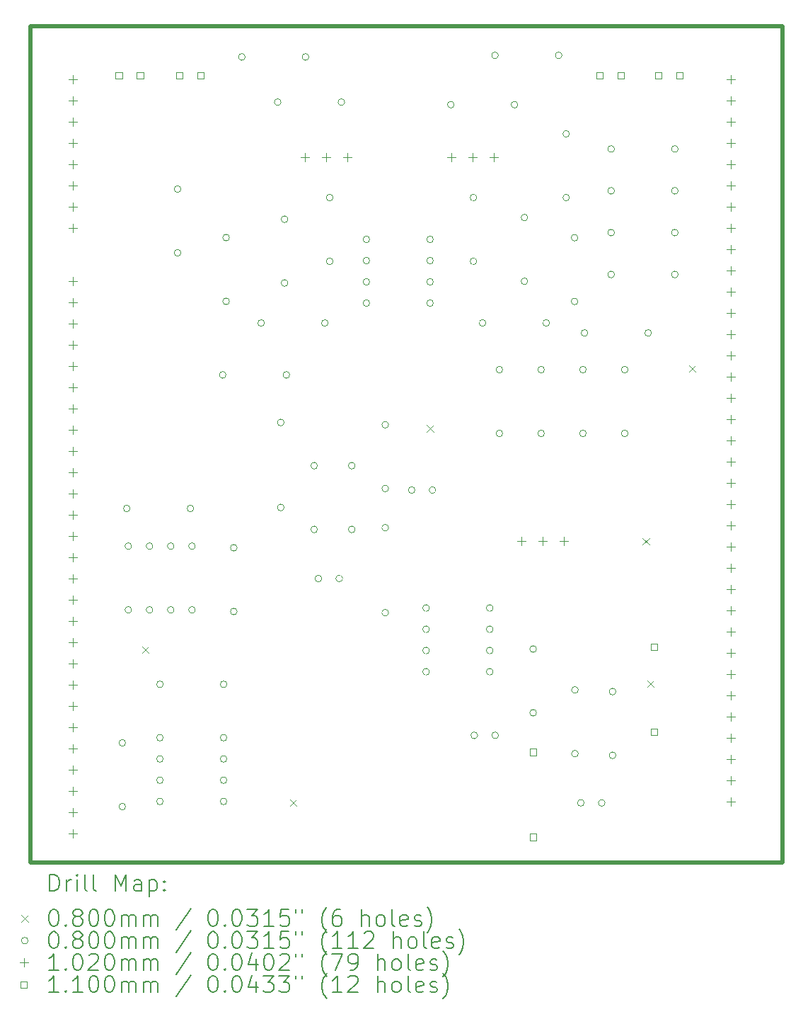
<source format=gbr>
%TF.GenerationSoftware,KiCad,Pcbnew,7.0.10-7.0.10~ubuntu20.04.1*%
%TF.CreationDate,2024-05-27T18:51:09-03:00*%
%TF.ProjectId,Fonte_corrente_bipolar_V01,466f6e74-655f-4636-9f72-72656e74655f,v02*%
%TF.SameCoordinates,Original*%
%TF.FileFunction,Drillmap*%
%TF.FilePolarity,Positive*%
%FSLAX45Y45*%
G04 Gerber Fmt 4.5, Leading zero omitted, Abs format (unit mm)*
G04 Created by KiCad (PCBNEW 7.0.10-7.0.10~ubuntu20.04.1) date 2024-05-27 18:51:09*
%MOMM*%
%LPD*%
G01*
G04 APERTURE LIST*
%ADD10C,0.500000*%
%ADD11C,0.200000*%
%ADD12C,0.100000*%
%ADD13C,0.102000*%
%ADD14C,0.110000*%
G04 APERTURE END LIST*
D10*
X10185400Y-3835400D02*
X10185400Y-13835380D01*
X19185382Y-13835380D02*
X10185400Y-13835380D01*
X19185400Y-3835400D02*
X10185400Y-3835400D01*
X19185400Y-13835400D02*
X19185400Y-3835400D01*
D11*
D12*
X11524810Y-11246270D02*
X11604810Y-11326270D01*
X11604810Y-11246270D02*
X11524810Y-11326270D01*
X13292400Y-13074170D02*
X13372400Y-13154170D01*
X13372400Y-13074170D02*
X13292400Y-13154170D01*
X14932940Y-8601900D02*
X15012940Y-8681900D01*
X15012940Y-8601900D02*
X14932940Y-8681900D01*
X17516070Y-9952870D02*
X17596070Y-10032870D01*
X17596070Y-9952870D02*
X17516070Y-10032870D01*
X17570960Y-11652790D02*
X17650960Y-11732790D01*
X17650960Y-11652790D02*
X17570960Y-11732790D01*
X18067700Y-7884480D02*
X18147700Y-7964480D01*
X18147700Y-7884480D02*
X18067700Y-7964480D01*
X11328000Y-12400000D02*
G75*
G03*
X11248000Y-12400000I-40000J0D01*
G01*
X11248000Y-12400000D02*
G75*
G03*
X11328000Y-12400000I40000J0D01*
G01*
X11328000Y-13162000D02*
G75*
G03*
X11248000Y-13162000I-40000J0D01*
G01*
X11248000Y-13162000D02*
G75*
G03*
X11328000Y-13162000I40000J0D01*
G01*
X11381000Y-9598000D02*
G75*
G03*
X11301000Y-9598000I-40000J0D01*
G01*
X11301000Y-9598000D02*
G75*
G03*
X11381000Y-9598000I40000J0D01*
G01*
X11400000Y-10048000D02*
G75*
G03*
X11320000Y-10048000I-40000J0D01*
G01*
X11320000Y-10048000D02*
G75*
G03*
X11400000Y-10048000I40000J0D01*
G01*
X11400000Y-10810000D02*
G75*
G03*
X11320000Y-10810000I-40000J0D01*
G01*
X11320000Y-10810000D02*
G75*
G03*
X11400000Y-10810000I40000J0D01*
G01*
X11654000Y-10048000D02*
G75*
G03*
X11574000Y-10048000I-40000J0D01*
G01*
X11574000Y-10048000D02*
G75*
G03*
X11654000Y-10048000I40000J0D01*
G01*
X11654000Y-10810000D02*
G75*
G03*
X11574000Y-10810000I-40000J0D01*
G01*
X11574000Y-10810000D02*
G75*
G03*
X11654000Y-10810000I40000J0D01*
G01*
X11778000Y-11700000D02*
G75*
G03*
X11698000Y-11700000I-40000J0D01*
G01*
X11698000Y-11700000D02*
G75*
G03*
X11778000Y-11700000I40000J0D01*
G01*
X11778000Y-12338000D02*
G75*
G03*
X11698000Y-12338000I-40000J0D01*
G01*
X11698000Y-12338000D02*
G75*
G03*
X11778000Y-12338000I40000J0D01*
G01*
X11778000Y-12592000D02*
G75*
G03*
X11698000Y-12592000I-40000J0D01*
G01*
X11698000Y-12592000D02*
G75*
G03*
X11778000Y-12592000I40000J0D01*
G01*
X11778000Y-12846000D02*
G75*
G03*
X11698000Y-12846000I-40000J0D01*
G01*
X11698000Y-12846000D02*
G75*
G03*
X11778000Y-12846000I40000J0D01*
G01*
X11778000Y-13100000D02*
G75*
G03*
X11698000Y-13100000I-40000J0D01*
G01*
X11698000Y-13100000D02*
G75*
G03*
X11778000Y-13100000I40000J0D01*
G01*
X11908000Y-10048000D02*
G75*
G03*
X11828000Y-10048000I-40000J0D01*
G01*
X11828000Y-10048000D02*
G75*
G03*
X11908000Y-10048000I40000J0D01*
G01*
X11908000Y-10810000D02*
G75*
G03*
X11828000Y-10810000I-40000J0D01*
G01*
X11828000Y-10810000D02*
G75*
G03*
X11908000Y-10810000I40000J0D01*
G01*
X11990000Y-5780000D02*
G75*
G03*
X11910000Y-5780000I-40000J0D01*
G01*
X11910000Y-5780000D02*
G75*
G03*
X11990000Y-5780000I40000J0D01*
G01*
X11990000Y-6542000D02*
G75*
G03*
X11910000Y-6542000I-40000J0D01*
G01*
X11910000Y-6542000D02*
G75*
G03*
X11990000Y-6542000I40000J0D01*
G01*
X12143000Y-9598000D02*
G75*
G03*
X12063000Y-9598000I-40000J0D01*
G01*
X12063000Y-9598000D02*
G75*
G03*
X12143000Y-9598000I40000J0D01*
G01*
X12162000Y-10048000D02*
G75*
G03*
X12082000Y-10048000I-40000J0D01*
G01*
X12082000Y-10048000D02*
G75*
G03*
X12162000Y-10048000I40000J0D01*
G01*
X12162000Y-10810000D02*
G75*
G03*
X12082000Y-10810000I-40000J0D01*
G01*
X12082000Y-10810000D02*
G75*
G03*
X12162000Y-10810000I40000J0D01*
G01*
X12529000Y-8001000D02*
G75*
G03*
X12449000Y-8001000I-40000J0D01*
G01*
X12449000Y-8001000D02*
G75*
G03*
X12529000Y-8001000I40000J0D01*
G01*
X12540000Y-11700000D02*
G75*
G03*
X12460000Y-11700000I-40000J0D01*
G01*
X12460000Y-11700000D02*
G75*
G03*
X12540000Y-11700000I40000J0D01*
G01*
X12540000Y-12338000D02*
G75*
G03*
X12460000Y-12338000I-40000J0D01*
G01*
X12460000Y-12338000D02*
G75*
G03*
X12540000Y-12338000I40000J0D01*
G01*
X12540000Y-12592000D02*
G75*
G03*
X12460000Y-12592000I-40000J0D01*
G01*
X12460000Y-12592000D02*
G75*
G03*
X12540000Y-12592000I40000J0D01*
G01*
X12540000Y-12846000D02*
G75*
G03*
X12460000Y-12846000I-40000J0D01*
G01*
X12460000Y-12846000D02*
G75*
G03*
X12540000Y-12846000I40000J0D01*
G01*
X12540000Y-13100000D02*
G75*
G03*
X12460000Y-13100000I-40000J0D01*
G01*
X12460000Y-13100000D02*
G75*
G03*
X12540000Y-13100000I40000J0D01*
G01*
X12570000Y-6360000D02*
G75*
G03*
X12490000Y-6360000I-40000J0D01*
G01*
X12490000Y-6360000D02*
G75*
G03*
X12570000Y-6360000I40000J0D01*
G01*
X12570000Y-7122000D02*
G75*
G03*
X12490000Y-7122000I-40000J0D01*
G01*
X12490000Y-7122000D02*
G75*
G03*
X12570000Y-7122000I40000J0D01*
G01*
X12662000Y-10067000D02*
G75*
G03*
X12582000Y-10067000I-40000J0D01*
G01*
X12582000Y-10067000D02*
G75*
G03*
X12662000Y-10067000I40000J0D01*
G01*
X12662000Y-10829000D02*
G75*
G03*
X12582000Y-10829000I-40000J0D01*
G01*
X12582000Y-10829000D02*
G75*
G03*
X12662000Y-10829000I40000J0D01*
G01*
X12758000Y-4200000D02*
G75*
G03*
X12678000Y-4200000I-40000J0D01*
G01*
X12678000Y-4200000D02*
G75*
G03*
X12758000Y-4200000I40000J0D01*
G01*
X12989000Y-7381000D02*
G75*
G03*
X12909000Y-7381000I-40000J0D01*
G01*
X12909000Y-7381000D02*
G75*
G03*
X12989000Y-7381000I40000J0D01*
G01*
X13188000Y-4740000D02*
G75*
G03*
X13108000Y-4740000I-40000J0D01*
G01*
X13108000Y-4740000D02*
G75*
G03*
X13188000Y-4740000I40000J0D01*
G01*
X13224000Y-8570000D02*
G75*
G03*
X13144000Y-8570000I-40000J0D01*
G01*
X13144000Y-8570000D02*
G75*
G03*
X13224000Y-8570000I40000J0D01*
G01*
X13224000Y-9586000D02*
G75*
G03*
X13144000Y-9586000I-40000J0D01*
G01*
X13144000Y-9586000D02*
G75*
G03*
X13224000Y-9586000I40000J0D01*
G01*
X13270000Y-6140000D02*
G75*
G03*
X13190000Y-6140000I-40000J0D01*
G01*
X13190000Y-6140000D02*
G75*
G03*
X13270000Y-6140000I40000J0D01*
G01*
X13270000Y-6902000D02*
G75*
G03*
X13190000Y-6902000I-40000J0D01*
G01*
X13190000Y-6902000D02*
G75*
G03*
X13270000Y-6902000I40000J0D01*
G01*
X13291000Y-8001000D02*
G75*
G03*
X13211000Y-8001000I-40000J0D01*
G01*
X13211000Y-8001000D02*
G75*
G03*
X13291000Y-8001000I40000J0D01*
G01*
X13520000Y-4200000D02*
G75*
G03*
X13440000Y-4200000I-40000J0D01*
G01*
X13440000Y-4200000D02*
G75*
G03*
X13520000Y-4200000I40000J0D01*
G01*
X13624000Y-9086000D02*
G75*
G03*
X13544000Y-9086000I-40000J0D01*
G01*
X13544000Y-9086000D02*
G75*
G03*
X13624000Y-9086000I40000J0D01*
G01*
X13624000Y-9848000D02*
G75*
G03*
X13544000Y-9848000I-40000J0D01*
G01*
X13544000Y-9848000D02*
G75*
G03*
X13624000Y-9848000I40000J0D01*
G01*
X13674000Y-10436000D02*
G75*
G03*
X13594000Y-10436000I-40000J0D01*
G01*
X13594000Y-10436000D02*
G75*
G03*
X13674000Y-10436000I40000J0D01*
G01*
X13751000Y-7381000D02*
G75*
G03*
X13671000Y-7381000I-40000J0D01*
G01*
X13671000Y-7381000D02*
G75*
G03*
X13751000Y-7381000I40000J0D01*
G01*
X13810000Y-5880000D02*
G75*
G03*
X13730000Y-5880000I-40000J0D01*
G01*
X13730000Y-5880000D02*
G75*
G03*
X13810000Y-5880000I40000J0D01*
G01*
X13810000Y-6642000D02*
G75*
G03*
X13730000Y-6642000I-40000J0D01*
G01*
X13730000Y-6642000D02*
G75*
G03*
X13810000Y-6642000I40000J0D01*
G01*
X13924000Y-10436000D02*
G75*
G03*
X13844000Y-10436000I-40000J0D01*
G01*
X13844000Y-10436000D02*
G75*
G03*
X13924000Y-10436000I40000J0D01*
G01*
X13950000Y-4740000D02*
G75*
G03*
X13870000Y-4740000I-40000J0D01*
G01*
X13870000Y-4740000D02*
G75*
G03*
X13950000Y-4740000I40000J0D01*
G01*
X14074000Y-9086000D02*
G75*
G03*
X13994000Y-9086000I-40000J0D01*
G01*
X13994000Y-9086000D02*
G75*
G03*
X14074000Y-9086000I40000J0D01*
G01*
X14074000Y-9848000D02*
G75*
G03*
X13994000Y-9848000I-40000J0D01*
G01*
X13994000Y-9848000D02*
G75*
G03*
X14074000Y-9848000I40000J0D01*
G01*
X14249000Y-6380000D02*
G75*
G03*
X14169000Y-6380000I-40000J0D01*
G01*
X14169000Y-6380000D02*
G75*
G03*
X14249000Y-6380000I40000J0D01*
G01*
X14249000Y-6634000D02*
G75*
G03*
X14169000Y-6634000I-40000J0D01*
G01*
X14169000Y-6634000D02*
G75*
G03*
X14249000Y-6634000I40000J0D01*
G01*
X14249000Y-6888000D02*
G75*
G03*
X14169000Y-6888000I-40000J0D01*
G01*
X14169000Y-6888000D02*
G75*
G03*
X14249000Y-6888000I40000J0D01*
G01*
X14249000Y-7142000D02*
G75*
G03*
X14169000Y-7142000I-40000J0D01*
G01*
X14169000Y-7142000D02*
G75*
G03*
X14249000Y-7142000I40000J0D01*
G01*
X14474000Y-8597000D02*
G75*
G03*
X14394000Y-8597000I-40000J0D01*
G01*
X14394000Y-8597000D02*
G75*
G03*
X14474000Y-8597000I40000J0D01*
G01*
X14474000Y-9359000D02*
G75*
G03*
X14394000Y-9359000I-40000J0D01*
G01*
X14394000Y-9359000D02*
G75*
G03*
X14474000Y-9359000I40000J0D01*
G01*
X14474000Y-9828000D02*
G75*
G03*
X14394000Y-9828000I-40000J0D01*
G01*
X14394000Y-9828000D02*
G75*
G03*
X14474000Y-9828000I40000J0D01*
G01*
X14474000Y-10844000D02*
G75*
G03*
X14394000Y-10844000I-40000J0D01*
G01*
X14394000Y-10844000D02*
G75*
G03*
X14474000Y-10844000I40000J0D01*
G01*
X14790000Y-9378000D02*
G75*
G03*
X14710000Y-9378000I-40000J0D01*
G01*
X14710000Y-9378000D02*
G75*
G03*
X14790000Y-9378000I40000J0D01*
G01*
X14962890Y-10787700D02*
G75*
G03*
X14882890Y-10787700I-40000J0D01*
G01*
X14882890Y-10787700D02*
G75*
G03*
X14962890Y-10787700I40000J0D01*
G01*
X14962890Y-11041700D02*
G75*
G03*
X14882890Y-11041700I-40000J0D01*
G01*
X14882890Y-11041700D02*
G75*
G03*
X14962890Y-11041700I40000J0D01*
G01*
X14962890Y-11295700D02*
G75*
G03*
X14882890Y-11295700I-40000J0D01*
G01*
X14882890Y-11295700D02*
G75*
G03*
X14962890Y-11295700I40000J0D01*
G01*
X14962890Y-11549700D02*
G75*
G03*
X14882890Y-11549700I-40000J0D01*
G01*
X14882890Y-11549700D02*
G75*
G03*
X14962890Y-11549700I40000J0D01*
G01*
X15011000Y-6380000D02*
G75*
G03*
X14931000Y-6380000I-40000J0D01*
G01*
X14931000Y-6380000D02*
G75*
G03*
X15011000Y-6380000I40000J0D01*
G01*
X15011000Y-6634000D02*
G75*
G03*
X14931000Y-6634000I-40000J0D01*
G01*
X14931000Y-6634000D02*
G75*
G03*
X15011000Y-6634000I40000J0D01*
G01*
X15011000Y-6888000D02*
G75*
G03*
X14931000Y-6888000I-40000J0D01*
G01*
X14931000Y-6888000D02*
G75*
G03*
X15011000Y-6888000I40000J0D01*
G01*
X15011000Y-7142000D02*
G75*
G03*
X14931000Y-7142000I-40000J0D01*
G01*
X14931000Y-7142000D02*
G75*
G03*
X15011000Y-7142000I40000J0D01*
G01*
X15040000Y-9378000D02*
G75*
G03*
X14960000Y-9378000I-40000J0D01*
G01*
X14960000Y-9378000D02*
G75*
G03*
X15040000Y-9378000I40000J0D01*
G01*
X15259000Y-4770000D02*
G75*
G03*
X15179000Y-4770000I-40000J0D01*
G01*
X15179000Y-4770000D02*
G75*
G03*
X15259000Y-4770000I40000J0D01*
G01*
X15530000Y-5880000D02*
G75*
G03*
X15450000Y-5880000I-40000J0D01*
G01*
X15450000Y-5880000D02*
G75*
G03*
X15530000Y-5880000I40000J0D01*
G01*
X15530000Y-6642000D02*
G75*
G03*
X15450000Y-6642000I-40000J0D01*
G01*
X15450000Y-6642000D02*
G75*
G03*
X15530000Y-6642000I40000J0D01*
G01*
X15540000Y-12310000D02*
G75*
G03*
X15460000Y-12310000I-40000J0D01*
G01*
X15460000Y-12310000D02*
G75*
G03*
X15540000Y-12310000I40000J0D01*
G01*
X15639000Y-7381000D02*
G75*
G03*
X15559000Y-7381000I-40000J0D01*
G01*
X15559000Y-7381000D02*
G75*
G03*
X15639000Y-7381000I40000J0D01*
G01*
X15724890Y-10787700D02*
G75*
G03*
X15644890Y-10787700I-40000J0D01*
G01*
X15644890Y-10787700D02*
G75*
G03*
X15724890Y-10787700I40000J0D01*
G01*
X15724890Y-11041700D02*
G75*
G03*
X15644890Y-11041700I-40000J0D01*
G01*
X15644890Y-11041700D02*
G75*
G03*
X15724890Y-11041700I40000J0D01*
G01*
X15724890Y-11295700D02*
G75*
G03*
X15644890Y-11295700I-40000J0D01*
G01*
X15644890Y-11295700D02*
G75*
G03*
X15724890Y-11295700I40000J0D01*
G01*
X15724890Y-11549700D02*
G75*
G03*
X15644890Y-11549700I-40000J0D01*
G01*
X15644890Y-11549700D02*
G75*
G03*
X15724890Y-11549700I40000J0D01*
G01*
X15788000Y-4180000D02*
G75*
G03*
X15708000Y-4180000I-40000J0D01*
G01*
X15708000Y-4180000D02*
G75*
G03*
X15788000Y-4180000I40000J0D01*
G01*
X15790000Y-12310000D02*
G75*
G03*
X15710000Y-12310000I-40000J0D01*
G01*
X15710000Y-12310000D02*
G75*
G03*
X15790000Y-12310000I40000J0D01*
G01*
X15840000Y-7938000D02*
G75*
G03*
X15760000Y-7938000I-40000J0D01*
G01*
X15760000Y-7938000D02*
G75*
G03*
X15840000Y-7938000I40000J0D01*
G01*
X15840000Y-8700000D02*
G75*
G03*
X15760000Y-8700000I-40000J0D01*
G01*
X15760000Y-8700000D02*
G75*
G03*
X15840000Y-8700000I40000J0D01*
G01*
X16021000Y-4770000D02*
G75*
G03*
X15941000Y-4770000I-40000J0D01*
G01*
X15941000Y-4770000D02*
G75*
G03*
X16021000Y-4770000I40000J0D01*
G01*
X16140000Y-6119000D02*
G75*
G03*
X16060000Y-6119000I-40000J0D01*
G01*
X16060000Y-6119000D02*
G75*
G03*
X16140000Y-6119000I40000J0D01*
G01*
X16140000Y-6881000D02*
G75*
G03*
X16060000Y-6881000I-40000J0D01*
G01*
X16060000Y-6881000D02*
G75*
G03*
X16140000Y-6881000I40000J0D01*
G01*
X16244510Y-11279000D02*
G75*
G03*
X16164510Y-11279000I-40000J0D01*
G01*
X16164510Y-11279000D02*
G75*
G03*
X16244510Y-11279000I40000J0D01*
G01*
X16244510Y-12041000D02*
G75*
G03*
X16164510Y-12041000I-40000J0D01*
G01*
X16164510Y-12041000D02*
G75*
G03*
X16244510Y-12041000I40000J0D01*
G01*
X16340000Y-7938000D02*
G75*
G03*
X16260000Y-7938000I-40000J0D01*
G01*
X16260000Y-7938000D02*
G75*
G03*
X16340000Y-7938000I40000J0D01*
G01*
X16340000Y-8700000D02*
G75*
G03*
X16260000Y-8700000I-40000J0D01*
G01*
X16260000Y-8700000D02*
G75*
G03*
X16340000Y-8700000I40000J0D01*
G01*
X16401000Y-7381000D02*
G75*
G03*
X16321000Y-7381000I-40000J0D01*
G01*
X16321000Y-7381000D02*
G75*
G03*
X16401000Y-7381000I40000J0D01*
G01*
X16550000Y-4180000D02*
G75*
G03*
X16470000Y-4180000I-40000J0D01*
G01*
X16470000Y-4180000D02*
G75*
G03*
X16550000Y-4180000I40000J0D01*
G01*
X16640000Y-5119000D02*
G75*
G03*
X16560000Y-5119000I-40000J0D01*
G01*
X16560000Y-5119000D02*
G75*
G03*
X16640000Y-5119000I40000J0D01*
G01*
X16640000Y-5881000D02*
G75*
G03*
X16560000Y-5881000I-40000J0D01*
G01*
X16560000Y-5881000D02*
G75*
G03*
X16640000Y-5881000I40000J0D01*
G01*
X16740000Y-6360000D02*
G75*
G03*
X16660000Y-6360000I-40000J0D01*
G01*
X16660000Y-6360000D02*
G75*
G03*
X16740000Y-6360000I40000J0D01*
G01*
X16740000Y-7122000D02*
G75*
G03*
X16660000Y-7122000I-40000J0D01*
G01*
X16660000Y-7122000D02*
G75*
G03*
X16740000Y-7122000I40000J0D01*
G01*
X16744510Y-11768000D02*
G75*
G03*
X16664510Y-11768000I-40000J0D01*
G01*
X16664510Y-11768000D02*
G75*
G03*
X16744510Y-11768000I40000J0D01*
G01*
X16744510Y-12530000D02*
G75*
G03*
X16664510Y-12530000I-40000J0D01*
G01*
X16664510Y-12530000D02*
G75*
G03*
X16744510Y-12530000I40000J0D01*
G01*
X16815020Y-13118000D02*
G75*
G03*
X16735020Y-13118000I-40000J0D01*
G01*
X16735020Y-13118000D02*
G75*
G03*
X16815020Y-13118000I40000J0D01*
G01*
X16840000Y-7938000D02*
G75*
G03*
X16760000Y-7938000I-40000J0D01*
G01*
X16760000Y-7938000D02*
G75*
G03*
X16840000Y-7938000I40000J0D01*
G01*
X16840000Y-8700000D02*
G75*
G03*
X16760000Y-8700000I-40000J0D01*
G01*
X16760000Y-8700000D02*
G75*
G03*
X16840000Y-8700000I40000J0D01*
G01*
X16859000Y-7500000D02*
G75*
G03*
X16779000Y-7500000I-40000J0D01*
G01*
X16779000Y-7500000D02*
G75*
G03*
X16859000Y-7500000I40000J0D01*
G01*
X17065020Y-13118000D02*
G75*
G03*
X16985020Y-13118000I-40000J0D01*
G01*
X16985020Y-13118000D02*
G75*
G03*
X17065020Y-13118000I40000J0D01*
G01*
X17178000Y-5300000D02*
G75*
G03*
X17098000Y-5300000I-40000J0D01*
G01*
X17098000Y-5300000D02*
G75*
G03*
X17178000Y-5300000I40000J0D01*
G01*
X17178000Y-5800000D02*
G75*
G03*
X17098000Y-5800000I-40000J0D01*
G01*
X17098000Y-5800000D02*
G75*
G03*
X17178000Y-5800000I40000J0D01*
G01*
X17178000Y-6300000D02*
G75*
G03*
X17098000Y-6300000I-40000J0D01*
G01*
X17098000Y-6300000D02*
G75*
G03*
X17178000Y-6300000I40000J0D01*
G01*
X17178000Y-6800000D02*
G75*
G03*
X17098000Y-6800000I-40000J0D01*
G01*
X17098000Y-6800000D02*
G75*
G03*
X17178000Y-6800000I40000J0D01*
G01*
X17194510Y-11787000D02*
G75*
G03*
X17114510Y-11787000I-40000J0D01*
G01*
X17114510Y-11787000D02*
G75*
G03*
X17194510Y-11787000I40000J0D01*
G01*
X17194510Y-12549000D02*
G75*
G03*
X17114510Y-12549000I-40000J0D01*
G01*
X17114510Y-12549000D02*
G75*
G03*
X17194510Y-12549000I40000J0D01*
G01*
X17340000Y-7938000D02*
G75*
G03*
X17260000Y-7938000I-40000J0D01*
G01*
X17260000Y-7938000D02*
G75*
G03*
X17340000Y-7938000I40000J0D01*
G01*
X17340000Y-8700000D02*
G75*
G03*
X17260000Y-8700000I-40000J0D01*
G01*
X17260000Y-8700000D02*
G75*
G03*
X17340000Y-8700000I40000J0D01*
G01*
X17621000Y-7500000D02*
G75*
G03*
X17541000Y-7500000I-40000J0D01*
G01*
X17541000Y-7500000D02*
G75*
G03*
X17621000Y-7500000I40000J0D01*
G01*
X17940000Y-5300000D02*
G75*
G03*
X17860000Y-5300000I-40000J0D01*
G01*
X17860000Y-5300000D02*
G75*
G03*
X17940000Y-5300000I40000J0D01*
G01*
X17940000Y-5800000D02*
G75*
G03*
X17860000Y-5800000I-40000J0D01*
G01*
X17860000Y-5800000D02*
G75*
G03*
X17940000Y-5800000I40000J0D01*
G01*
X17940000Y-6300000D02*
G75*
G03*
X17860000Y-6300000I-40000J0D01*
G01*
X17860000Y-6300000D02*
G75*
G03*
X17940000Y-6300000I40000J0D01*
G01*
X17940000Y-6800000D02*
G75*
G03*
X17860000Y-6800000I-40000J0D01*
G01*
X17860000Y-6800000D02*
G75*
G03*
X17940000Y-6800000I40000J0D01*
G01*
D13*
X10693400Y-4419400D02*
X10693400Y-4521400D01*
X10642400Y-4470400D02*
X10744400Y-4470400D01*
X10693400Y-4673400D02*
X10693400Y-4775400D01*
X10642400Y-4724400D02*
X10744400Y-4724400D01*
X10693400Y-4927400D02*
X10693400Y-5029400D01*
X10642400Y-4978400D02*
X10744400Y-4978400D01*
X10693400Y-5181400D02*
X10693400Y-5283400D01*
X10642400Y-5232400D02*
X10744400Y-5232400D01*
X10693400Y-5435400D02*
X10693400Y-5537400D01*
X10642400Y-5486400D02*
X10744400Y-5486400D01*
X10693400Y-5689400D02*
X10693400Y-5791400D01*
X10642400Y-5740400D02*
X10744400Y-5740400D01*
X10693400Y-5943400D02*
X10693400Y-6045400D01*
X10642400Y-5994400D02*
X10744400Y-5994400D01*
X10693400Y-6197400D02*
X10693400Y-6299400D01*
X10642400Y-6248400D02*
X10744400Y-6248400D01*
X10693400Y-6832400D02*
X10693400Y-6934400D01*
X10642400Y-6883400D02*
X10744400Y-6883400D01*
X10693400Y-7086400D02*
X10693400Y-7188400D01*
X10642400Y-7137400D02*
X10744400Y-7137400D01*
X10693400Y-7340400D02*
X10693400Y-7442400D01*
X10642400Y-7391400D02*
X10744400Y-7391400D01*
X10693400Y-7594400D02*
X10693400Y-7696400D01*
X10642400Y-7645400D02*
X10744400Y-7645400D01*
X10693400Y-7848400D02*
X10693400Y-7950400D01*
X10642400Y-7899400D02*
X10744400Y-7899400D01*
X10693400Y-8102400D02*
X10693400Y-8204400D01*
X10642400Y-8153400D02*
X10744400Y-8153400D01*
X10693400Y-8356400D02*
X10693400Y-8458400D01*
X10642400Y-8407400D02*
X10744400Y-8407400D01*
X10693400Y-8610400D02*
X10693400Y-8712400D01*
X10642400Y-8661400D02*
X10744400Y-8661400D01*
X10693400Y-8864400D02*
X10693400Y-8966400D01*
X10642400Y-8915400D02*
X10744400Y-8915400D01*
X10693400Y-9118400D02*
X10693400Y-9220400D01*
X10642400Y-9169400D02*
X10744400Y-9169400D01*
X10693400Y-9372400D02*
X10693400Y-9474400D01*
X10642400Y-9423400D02*
X10744400Y-9423400D01*
X10693400Y-9626400D02*
X10693400Y-9728400D01*
X10642400Y-9677400D02*
X10744400Y-9677400D01*
X10693400Y-9880400D02*
X10693400Y-9982400D01*
X10642400Y-9931400D02*
X10744400Y-9931400D01*
X10693400Y-10134400D02*
X10693400Y-10236400D01*
X10642400Y-10185400D02*
X10744400Y-10185400D01*
X10693400Y-10388400D02*
X10693400Y-10490400D01*
X10642400Y-10439400D02*
X10744400Y-10439400D01*
X10693400Y-10642400D02*
X10693400Y-10744400D01*
X10642400Y-10693400D02*
X10744400Y-10693400D01*
X10693400Y-10896400D02*
X10693400Y-10998400D01*
X10642400Y-10947400D02*
X10744400Y-10947400D01*
X10693400Y-11150400D02*
X10693400Y-11252400D01*
X10642400Y-11201400D02*
X10744400Y-11201400D01*
X10693400Y-11404400D02*
X10693400Y-11506400D01*
X10642400Y-11455400D02*
X10744400Y-11455400D01*
X10693400Y-11658400D02*
X10693400Y-11760400D01*
X10642400Y-11709400D02*
X10744400Y-11709400D01*
X10693400Y-11912400D02*
X10693400Y-12014400D01*
X10642400Y-11963400D02*
X10744400Y-11963400D01*
X10693400Y-12166400D02*
X10693400Y-12268400D01*
X10642400Y-12217400D02*
X10744400Y-12217400D01*
X10693400Y-12420400D02*
X10693400Y-12522400D01*
X10642400Y-12471400D02*
X10744400Y-12471400D01*
X10693400Y-12674400D02*
X10693400Y-12776400D01*
X10642400Y-12725400D02*
X10744400Y-12725400D01*
X10693400Y-12928400D02*
X10693400Y-13030400D01*
X10642400Y-12979400D02*
X10744400Y-12979400D01*
X10693400Y-13182400D02*
X10693400Y-13284400D01*
X10642400Y-13233400D02*
X10744400Y-13233400D01*
X10693400Y-13436400D02*
X10693400Y-13538400D01*
X10642400Y-13487400D02*
X10744400Y-13487400D01*
X13476000Y-5349000D02*
X13476000Y-5451000D01*
X13425000Y-5400000D02*
X13527000Y-5400000D01*
X13730000Y-5349000D02*
X13730000Y-5451000D01*
X13679000Y-5400000D02*
X13781000Y-5400000D01*
X13984000Y-5349000D02*
X13984000Y-5451000D01*
X13933000Y-5400000D02*
X14035000Y-5400000D01*
X15226000Y-5349000D02*
X15226000Y-5451000D01*
X15175000Y-5400000D02*
X15277000Y-5400000D01*
X15480000Y-5349000D02*
X15480000Y-5451000D01*
X15429000Y-5400000D02*
X15531000Y-5400000D01*
X15734000Y-5349000D02*
X15734000Y-5451000D01*
X15683000Y-5400000D02*
X15785000Y-5400000D01*
X16066000Y-9939000D02*
X16066000Y-10041000D01*
X16015000Y-9990000D02*
X16117000Y-9990000D01*
X16320000Y-9939000D02*
X16320000Y-10041000D01*
X16269000Y-9990000D02*
X16371000Y-9990000D01*
X16574000Y-9939000D02*
X16574000Y-10041000D01*
X16523000Y-9990000D02*
X16625000Y-9990000D01*
X18567400Y-4419400D02*
X18567400Y-4521400D01*
X18516400Y-4470400D02*
X18618400Y-4470400D01*
X18567400Y-4673400D02*
X18567400Y-4775400D01*
X18516400Y-4724400D02*
X18618400Y-4724400D01*
X18567400Y-4927400D02*
X18567400Y-5029400D01*
X18516400Y-4978400D02*
X18618400Y-4978400D01*
X18567400Y-5181400D02*
X18567400Y-5283400D01*
X18516400Y-5232400D02*
X18618400Y-5232400D01*
X18567400Y-5435400D02*
X18567400Y-5537400D01*
X18516400Y-5486400D02*
X18618400Y-5486400D01*
X18567400Y-5689400D02*
X18567400Y-5791400D01*
X18516400Y-5740400D02*
X18618400Y-5740400D01*
X18567400Y-5943400D02*
X18567400Y-6045400D01*
X18516400Y-5994400D02*
X18618400Y-5994400D01*
X18567400Y-6197400D02*
X18567400Y-6299400D01*
X18516400Y-6248400D02*
X18618400Y-6248400D01*
X18567400Y-6451400D02*
X18567400Y-6553400D01*
X18516400Y-6502400D02*
X18618400Y-6502400D01*
X18567400Y-6705400D02*
X18567400Y-6807400D01*
X18516400Y-6756400D02*
X18618400Y-6756400D01*
X18567400Y-6959400D02*
X18567400Y-7061400D01*
X18516400Y-7010400D02*
X18618400Y-7010400D01*
X18567400Y-7213400D02*
X18567400Y-7315400D01*
X18516400Y-7264400D02*
X18618400Y-7264400D01*
X18567400Y-7467400D02*
X18567400Y-7569400D01*
X18516400Y-7518400D02*
X18618400Y-7518400D01*
X18567400Y-7721400D02*
X18567400Y-7823400D01*
X18516400Y-7772400D02*
X18618400Y-7772400D01*
X18567400Y-7975400D02*
X18567400Y-8077400D01*
X18516400Y-8026400D02*
X18618400Y-8026400D01*
X18567400Y-8229400D02*
X18567400Y-8331400D01*
X18516400Y-8280400D02*
X18618400Y-8280400D01*
X18567400Y-8483400D02*
X18567400Y-8585400D01*
X18516400Y-8534400D02*
X18618400Y-8534400D01*
X18567400Y-8737400D02*
X18567400Y-8839400D01*
X18516400Y-8788400D02*
X18618400Y-8788400D01*
X18567400Y-8991400D02*
X18567400Y-9093400D01*
X18516400Y-9042400D02*
X18618400Y-9042400D01*
X18567400Y-9245400D02*
X18567400Y-9347400D01*
X18516400Y-9296400D02*
X18618400Y-9296400D01*
X18567400Y-9499400D02*
X18567400Y-9601400D01*
X18516400Y-9550400D02*
X18618400Y-9550400D01*
X18567400Y-9753400D02*
X18567400Y-9855400D01*
X18516400Y-9804400D02*
X18618400Y-9804400D01*
X18567400Y-10007400D02*
X18567400Y-10109400D01*
X18516400Y-10058400D02*
X18618400Y-10058400D01*
X18567400Y-10261400D02*
X18567400Y-10363400D01*
X18516400Y-10312400D02*
X18618400Y-10312400D01*
X18567400Y-10515400D02*
X18567400Y-10617400D01*
X18516400Y-10566400D02*
X18618400Y-10566400D01*
X18567400Y-10769400D02*
X18567400Y-10871400D01*
X18516400Y-10820400D02*
X18618400Y-10820400D01*
X18567400Y-11023400D02*
X18567400Y-11125400D01*
X18516400Y-11074400D02*
X18618400Y-11074400D01*
X18567400Y-11277400D02*
X18567400Y-11379400D01*
X18516400Y-11328400D02*
X18618400Y-11328400D01*
X18567400Y-11531400D02*
X18567400Y-11633400D01*
X18516400Y-11582400D02*
X18618400Y-11582400D01*
X18567400Y-11785400D02*
X18567400Y-11887400D01*
X18516400Y-11836400D02*
X18618400Y-11836400D01*
X18567400Y-12039400D02*
X18567400Y-12141400D01*
X18516400Y-12090400D02*
X18618400Y-12090400D01*
X18567400Y-12293400D02*
X18567400Y-12395400D01*
X18516400Y-12344400D02*
X18618400Y-12344400D01*
X18567400Y-12547400D02*
X18567400Y-12649400D01*
X18516400Y-12598400D02*
X18618400Y-12598400D01*
X18567400Y-12801400D02*
X18567400Y-12903400D01*
X18516400Y-12852400D02*
X18618400Y-12852400D01*
X18567400Y-13055400D02*
X18567400Y-13157400D01*
X18516400Y-13106400D02*
X18618400Y-13106400D01*
D14*
X11284891Y-4457891D02*
X11284891Y-4380109D01*
X11207109Y-4380109D01*
X11207109Y-4457891D01*
X11284891Y-4457891D01*
X11538891Y-4457891D02*
X11538891Y-4380109D01*
X11461109Y-4380109D01*
X11461109Y-4457891D01*
X11538891Y-4457891D01*
X12011391Y-4457891D02*
X12011391Y-4380109D01*
X11933609Y-4380109D01*
X11933609Y-4457891D01*
X12011391Y-4457891D01*
X12265391Y-4457891D02*
X12265391Y-4380109D01*
X12187609Y-4380109D01*
X12187609Y-4457891D01*
X12265391Y-4457891D01*
X16243401Y-12548891D02*
X16243401Y-12471109D01*
X16165619Y-12471109D01*
X16165619Y-12548891D01*
X16243401Y-12548891D01*
X16243401Y-13564891D02*
X16243401Y-13487109D01*
X16165619Y-13487109D01*
X16165619Y-13564891D01*
X16243401Y-13564891D01*
X17038891Y-4457891D02*
X17038891Y-4380109D01*
X16961109Y-4380109D01*
X16961109Y-4457891D01*
X17038891Y-4457891D01*
X17292891Y-4457891D02*
X17292891Y-4380109D01*
X17215109Y-4380109D01*
X17215109Y-4457891D01*
X17292891Y-4457891D01*
X17693401Y-11290891D02*
X17693401Y-11213109D01*
X17615619Y-11213109D01*
X17615619Y-11290891D01*
X17693401Y-11290891D01*
X17693401Y-12306891D02*
X17693401Y-12229109D01*
X17615619Y-12229109D01*
X17615619Y-12306891D01*
X17693401Y-12306891D01*
X17738891Y-4457891D02*
X17738891Y-4380109D01*
X17661109Y-4380109D01*
X17661109Y-4457891D01*
X17738891Y-4457891D01*
X17992891Y-4457891D02*
X17992891Y-4380109D01*
X17915109Y-4380109D01*
X17915109Y-4457891D01*
X17992891Y-4457891D01*
D11*
X10421177Y-14171884D02*
X10421177Y-13971884D01*
X10421177Y-13971884D02*
X10468796Y-13971884D01*
X10468796Y-13971884D02*
X10497367Y-13981408D01*
X10497367Y-13981408D02*
X10516415Y-14000455D01*
X10516415Y-14000455D02*
X10525939Y-14019503D01*
X10525939Y-14019503D02*
X10535463Y-14057598D01*
X10535463Y-14057598D02*
X10535463Y-14086169D01*
X10535463Y-14086169D02*
X10525939Y-14124265D01*
X10525939Y-14124265D02*
X10516415Y-14143312D01*
X10516415Y-14143312D02*
X10497367Y-14162360D01*
X10497367Y-14162360D02*
X10468796Y-14171884D01*
X10468796Y-14171884D02*
X10421177Y-14171884D01*
X10621177Y-14171884D02*
X10621177Y-14038550D01*
X10621177Y-14076646D02*
X10630701Y-14057598D01*
X10630701Y-14057598D02*
X10640224Y-14048074D01*
X10640224Y-14048074D02*
X10659272Y-14038550D01*
X10659272Y-14038550D02*
X10678320Y-14038550D01*
X10744986Y-14171884D02*
X10744986Y-14038550D01*
X10744986Y-13971884D02*
X10735463Y-13981408D01*
X10735463Y-13981408D02*
X10744986Y-13990931D01*
X10744986Y-13990931D02*
X10754510Y-13981408D01*
X10754510Y-13981408D02*
X10744986Y-13971884D01*
X10744986Y-13971884D02*
X10744986Y-13990931D01*
X10868796Y-14171884D02*
X10849748Y-14162360D01*
X10849748Y-14162360D02*
X10840224Y-14143312D01*
X10840224Y-14143312D02*
X10840224Y-13971884D01*
X10973558Y-14171884D02*
X10954510Y-14162360D01*
X10954510Y-14162360D02*
X10944986Y-14143312D01*
X10944986Y-14143312D02*
X10944986Y-13971884D01*
X11202129Y-14171884D02*
X11202129Y-13971884D01*
X11202129Y-13971884D02*
X11268796Y-14114741D01*
X11268796Y-14114741D02*
X11335462Y-13971884D01*
X11335462Y-13971884D02*
X11335462Y-14171884D01*
X11516415Y-14171884D02*
X11516415Y-14067122D01*
X11516415Y-14067122D02*
X11506891Y-14048074D01*
X11506891Y-14048074D02*
X11487843Y-14038550D01*
X11487843Y-14038550D02*
X11449748Y-14038550D01*
X11449748Y-14038550D02*
X11430701Y-14048074D01*
X11516415Y-14162360D02*
X11497367Y-14171884D01*
X11497367Y-14171884D02*
X11449748Y-14171884D01*
X11449748Y-14171884D02*
X11430701Y-14162360D01*
X11430701Y-14162360D02*
X11421177Y-14143312D01*
X11421177Y-14143312D02*
X11421177Y-14124265D01*
X11421177Y-14124265D02*
X11430701Y-14105217D01*
X11430701Y-14105217D02*
X11449748Y-14095693D01*
X11449748Y-14095693D02*
X11497367Y-14095693D01*
X11497367Y-14095693D02*
X11516415Y-14086169D01*
X11611653Y-14038550D02*
X11611653Y-14238550D01*
X11611653Y-14048074D02*
X11630701Y-14038550D01*
X11630701Y-14038550D02*
X11668796Y-14038550D01*
X11668796Y-14038550D02*
X11687843Y-14048074D01*
X11687843Y-14048074D02*
X11697367Y-14057598D01*
X11697367Y-14057598D02*
X11706891Y-14076646D01*
X11706891Y-14076646D02*
X11706891Y-14133788D01*
X11706891Y-14133788D02*
X11697367Y-14152836D01*
X11697367Y-14152836D02*
X11687843Y-14162360D01*
X11687843Y-14162360D02*
X11668796Y-14171884D01*
X11668796Y-14171884D02*
X11630701Y-14171884D01*
X11630701Y-14171884D02*
X11611653Y-14162360D01*
X11792605Y-14152836D02*
X11802129Y-14162360D01*
X11802129Y-14162360D02*
X11792605Y-14171884D01*
X11792605Y-14171884D02*
X11783082Y-14162360D01*
X11783082Y-14162360D02*
X11792605Y-14152836D01*
X11792605Y-14152836D02*
X11792605Y-14171884D01*
X11792605Y-14048074D02*
X11802129Y-14057598D01*
X11802129Y-14057598D02*
X11792605Y-14067122D01*
X11792605Y-14067122D02*
X11783082Y-14057598D01*
X11783082Y-14057598D02*
X11792605Y-14048074D01*
X11792605Y-14048074D02*
X11792605Y-14067122D01*
D12*
X10080400Y-14460400D02*
X10160400Y-14540400D01*
X10160400Y-14460400D02*
X10080400Y-14540400D01*
D11*
X10459272Y-14391884D02*
X10478320Y-14391884D01*
X10478320Y-14391884D02*
X10497367Y-14401408D01*
X10497367Y-14401408D02*
X10506891Y-14410931D01*
X10506891Y-14410931D02*
X10516415Y-14429979D01*
X10516415Y-14429979D02*
X10525939Y-14468074D01*
X10525939Y-14468074D02*
X10525939Y-14515693D01*
X10525939Y-14515693D02*
X10516415Y-14553788D01*
X10516415Y-14553788D02*
X10506891Y-14572836D01*
X10506891Y-14572836D02*
X10497367Y-14582360D01*
X10497367Y-14582360D02*
X10478320Y-14591884D01*
X10478320Y-14591884D02*
X10459272Y-14591884D01*
X10459272Y-14591884D02*
X10440224Y-14582360D01*
X10440224Y-14582360D02*
X10430701Y-14572836D01*
X10430701Y-14572836D02*
X10421177Y-14553788D01*
X10421177Y-14553788D02*
X10411653Y-14515693D01*
X10411653Y-14515693D02*
X10411653Y-14468074D01*
X10411653Y-14468074D02*
X10421177Y-14429979D01*
X10421177Y-14429979D02*
X10430701Y-14410931D01*
X10430701Y-14410931D02*
X10440224Y-14401408D01*
X10440224Y-14401408D02*
X10459272Y-14391884D01*
X10611653Y-14572836D02*
X10621177Y-14582360D01*
X10621177Y-14582360D02*
X10611653Y-14591884D01*
X10611653Y-14591884D02*
X10602129Y-14582360D01*
X10602129Y-14582360D02*
X10611653Y-14572836D01*
X10611653Y-14572836D02*
X10611653Y-14591884D01*
X10735463Y-14477598D02*
X10716415Y-14468074D01*
X10716415Y-14468074D02*
X10706891Y-14458550D01*
X10706891Y-14458550D02*
X10697367Y-14439503D01*
X10697367Y-14439503D02*
X10697367Y-14429979D01*
X10697367Y-14429979D02*
X10706891Y-14410931D01*
X10706891Y-14410931D02*
X10716415Y-14401408D01*
X10716415Y-14401408D02*
X10735463Y-14391884D01*
X10735463Y-14391884D02*
X10773558Y-14391884D01*
X10773558Y-14391884D02*
X10792605Y-14401408D01*
X10792605Y-14401408D02*
X10802129Y-14410931D01*
X10802129Y-14410931D02*
X10811653Y-14429979D01*
X10811653Y-14429979D02*
X10811653Y-14439503D01*
X10811653Y-14439503D02*
X10802129Y-14458550D01*
X10802129Y-14458550D02*
X10792605Y-14468074D01*
X10792605Y-14468074D02*
X10773558Y-14477598D01*
X10773558Y-14477598D02*
X10735463Y-14477598D01*
X10735463Y-14477598D02*
X10716415Y-14487122D01*
X10716415Y-14487122D02*
X10706891Y-14496646D01*
X10706891Y-14496646D02*
X10697367Y-14515693D01*
X10697367Y-14515693D02*
X10697367Y-14553788D01*
X10697367Y-14553788D02*
X10706891Y-14572836D01*
X10706891Y-14572836D02*
X10716415Y-14582360D01*
X10716415Y-14582360D02*
X10735463Y-14591884D01*
X10735463Y-14591884D02*
X10773558Y-14591884D01*
X10773558Y-14591884D02*
X10792605Y-14582360D01*
X10792605Y-14582360D02*
X10802129Y-14572836D01*
X10802129Y-14572836D02*
X10811653Y-14553788D01*
X10811653Y-14553788D02*
X10811653Y-14515693D01*
X10811653Y-14515693D02*
X10802129Y-14496646D01*
X10802129Y-14496646D02*
X10792605Y-14487122D01*
X10792605Y-14487122D02*
X10773558Y-14477598D01*
X10935463Y-14391884D02*
X10954510Y-14391884D01*
X10954510Y-14391884D02*
X10973558Y-14401408D01*
X10973558Y-14401408D02*
X10983082Y-14410931D01*
X10983082Y-14410931D02*
X10992605Y-14429979D01*
X10992605Y-14429979D02*
X11002129Y-14468074D01*
X11002129Y-14468074D02*
X11002129Y-14515693D01*
X11002129Y-14515693D02*
X10992605Y-14553788D01*
X10992605Y-14553788D02*
X10983082Y-14572836D01*
X10983082Y-14572836D02*
X10973558Y-14582360D01*
X10973558Y-14582360D02*
X10954510Y-14591884D01*
X10954510Y-14591884D02*
X10935463Y-14591884D01*
X10935463Y-14591884D02*
X10916415Y-14582360D01*
X10916415Y-14582360D02*
X10906891Y-14572836D01*
X10906891Y-14572836D02*
X10897367Y-14553788D01*
X10897367Y-14553788D02*
X10887844Y-14515693D01*
X10887844Y-14515693D02*
X10887844Y-14468074D01*
X10887844Y-14468074D02*
X10897367Y-14429979D01*
X10897367Y-14429979D02*
X10906891Y-14410931D01*
X10906891Y-14410931D02*
X10916415Y-14401408D01*
X10916415Y-14401408D02*
X10935463Y-14391884D01*
X11125939Y-14391884D02*
X11144986Y-14391884D01*
X11144986Y-14391884D02*
X11164034Y-14401408D01*
X11164034Y-14401408D02*
X11173558Y-14410931D01*
X11173558Y-14410931D02*
X11183082Y-14429979D01*
X11183082Y-14429979D02*
X11192605Y-14468074D01*
X11192605Y-14468074D02*
X11192605Y-14515693D01*
X11192605Y-14515693D02*
X11183082Y-14553788D01*
X11183082Y-14553788D02*
X11173558Y-14572836D01*
X11173558Y-14572836D02*
X11164034Y-14582360D01*
X11164034Y-14582360D02*
X11144986Y-14591884D01*
X11144986Y-14591884D02*
X11125939Y-14591884D01*
X11125939Y-14591884D02*
X11106891Y-14582360D01*
X11106891Y-14582360D02*
X11097367Y-14572836D01*
X11097367Y-14572836D02*
X11087844Y-14553788D01*
X11087844Y-14553788D02*
X11078320Y-14515693D01*
X11078320Y-14515693D02*
X11078320Y-14468074D01*
X11078320Y-14468074D02*
X11087844Y-14429979D01*
X11087844Y-14429979D02*
X11097367Y-14410931D01*
X11097367Y-14410931D02*
X11106891Y-14401408D01*
X11106891Y-14401408D02*
X11125939Y-14391884D01*
X11278320Y-14591884D02*
X11278320Y-14458550D01*
X11278320Y-14477598D02*
X11287843Y-14468074D01*
X11287843Y-14468074D02*
X11306891Y-14458550D01*
X11306891Y-14458550D02*
X11335463Y-14458550D01*
X11335463Y-14458550D02*
X11354510Y-14468074D01*
X11354510Y-14468074D02*
X11364034Y-14487122D01*
X11364034Y-14487122D02*
X11364034Y-14591884D01*
X11364034Y-14487122D02*
X11373558Y-14468074D01*
X11373558Y-14468074D02*
X11392605Y-14458550D01*
X11392605Y-14458550D02*
X11421177Y-14458550D01*
X11421177Y-14458550D02*
X11440224Y-14468074D01*
X11440224Y-14468074D02*
X11449748Y-14487122D01*
X11449748Y-14487122D02*
X11449748Y-14591884D01*
X11544986Y-14591884D02*
X11544986Y-14458550D01*
X11544986Y-14477598D02*
X11554510Y-14468074D01*
X11554510Y-14468074D02*
X11573558Y-14458550D01*
X11573558Y-14458550D02*
X11602129Y-14458550D01*
X11602129Y-14458550D02*
X11621177Y-14468074D01*
X11621177Y-14468074D02*
X11630701Y-14487122D01*
X11630701Y-14487122D02*
X11630701Y-14591884D01*
X11630701Y-14487122D02*
X11640224Y-14468074D01*
X11640224Y-14468074D02*
X11659272Y-14458550D01*
X11659272Y-14458550D02*
X11687843Y-14458550D01*
X11687843Y-14458550D02*
X11706891Y-14468074D01*
X11706891Y-14468074D02*
X11716415Y-14487122D01*
X11716415Y-14487122D02*
X11716415Y-14591884D01*
X12106891Y-14382360D02*
X11935463Y-14639503D01*
X12364034Y-14391884D02*
X12383082Y-14391884D01*
X12383082Y-14391884D02*
X12402129Y-14401408D01*
X12402129Y-14401408D02*
X12411653Y-14410931D01*
X12411653Y-14410931D02*
X12421177Y-14429979D01*
X12421177Y-14429979D02*
X12430701Y-14468074D01*
X12430701Y-14468074D02*
X12430701Y-14515693D01*
X12430701Y-14515693D02*
X12421177Y-14553788D01*
X12421177Y-14553788D02*
X12411653Y-14572836D01*
X12411653Y-14572836D02*
X12402129Y-14582360D01*
X12402129Y-14582360D02*
X12383082Y-14591884D01*
X12383082Y-14591884D02*
X12364034Y-14591884D01*
X12364034Y-14591884D02*
X12344986Y-14582360D01*
X12344986Y-14582360D02*
X12335463Y-14572836D01*
X12335463Y-14572836D02*
X12325939Y-14553788D01*
X12325939Y-14553788D02*
X12316415Y-14515693D01*
X12316415Y-14515693D02*
X12316415Y-14468074D01*
X12316415Y-14468074D02*
X12325939Y-14429979D01*
X12325939Y-14429979D02*
X12335463Y-14410931D01*
X12335463Y-14410931D02*
X12344986Y-14401408D01*
X12344986Y-14401408D02*
X12364034Y-14391884D01*
X12516415Y-14572836D02*
X12525939Y-14582360D01*
X12525939Y-14582360D02*
X12516415Y-14591884D01*
X12516415Y-14591884D02*
X12506891Y-14582360D01*
X12506891Y-14582360D02*
X12516415Y-14572836D01*
X12516415Y-14572836D02*
X12516415Y-14591884D01*
X12649748Y-14391884D02*
X12668796Y-14391884D01*
X12668796Y-14391884D02*
X12687844Y-14401408D01*
X12687844Y-14401408D02*
X12697367Y-14410931D01*
X12697367Y-14410931D02*
X12706891Y-14429979D01*
X12706891Y-14429979D02*
X12716415Y-14468074D01*
X12716415Y-14468074D02*
X12716415Y-14515693D01*
X12716415Y-14515693D02*
X12706891Y-14553788D01*
X12706891Y-14553788D02*
X12697367Y-14572836D01*
X12697367Y-14572836D02*
X12687844Y-14582360D01*
X12687844Y-14582360D02*
X12668796Y-14591884D01*
X12668796Y-14591884D02*
X12649748Y-14591884D01*
X12649748Y-14591884D02*
X12630701Y-14582360D01*
X12630701Y-14582360D02*
X12621177Y-14572836D01*
X12621177Y-14572836D02*
X12611653Y-14553788D01*
X12611653Y-14553788D02*
X12602129Y-14515693D01*
X12602129Y-14515693D02*
X12602129Y-14468074D01*
X12602129Y-14468074D02*
X12611653Y-14429979D01*
X12611653Y-14429979D02*
X12621177Y-14410931D01*
X12621177Y-14410931D02*
X12630701Y-14401408D01*
X12630701Y-14401408D02*
X12649748Y-14391884D01*
X12783082Y-14391884D02*
X12906891Y-14391884D01*
X12906891Y-14391884D02*
X12840225Y-14468074D01*
X12840225Y-14468074D02*
X12868796Y-14468074D01*
X12868796Y-14468074D02*
X12887844Y-14477598D01*
X12887844Y-14477598D02*
X12897367Y-14487122D01*
X12897367Y-14487122D02*
X12906891Y-14506169D01*
X12906891Y-14506169D02*
X12906891Y-14553788D01*
X12906891Y-14553788D02*
X12897367Y-14572836D01*
X12897367Y-14572836D02*
X12887844Y-14582360D01*
X12887844Y-14582360D02*
X12868796Y-14591884D01*
X12868796Y-14591884D02*
X12811653Y-14591884D01*
X12811653Y-14591884D02*
X12792606Y-14582360D01*
X12792606Y-14582360D02*
X12783082Y-14572836D01*
X13097367Y-14591884D02*
X12983082Y-14591884D01*
X13040225Y-14591884D02*
X13040225Y-14391884D01*
X13040225Y-14391884D02*
X13021177Y-14420455D01*
X13021177Y-14420455D02*
X13002129Y-14439503D01*
X13002129Y-14439503D02*
X12983082Y-14449027D01*
X13278320Y-14391884D02*
X13183082Y-14391884D01*
X13183082Y-14391884D02*
X13173558Y-14487122D01*
X13173558Y-14487122D02*
X13183082Y-14477598D01*
X13183082Y-14477598D02*
X13202129Y-14468074D01*
X13202129Y-14468074D02*
X13249748Y-14468074D01*
X13249748Y-14468074D02*
X13268796Y-14477598D01*
X13268796Y-14477598D02*
X13278320Y-14487122D01*
X13278320Y-14487122D02*
X13287844Y-14506169D01*
X13287844Y-14506169D02*
X13287844Y-14553788D01*
X13287844Y-14553788D02*
X13278320Y-14572836D01*
X13278320Y-14572836D02*
X13268796Y-14582360D01*
X13268796Y-14582360D02*
X13249748Y-14591884D01*
X13249748Y-14591884D02*
X13202129Y-14591884D01*
X13202129Y-14591884D02*
X13183082Y-14582360D01*
X13183082Y-14582360D02*
X13173558Y-14572836D01*
X13364034Y-14391884D02*
X13364034Y-14429979D01*
X13440225Y-14391884D02*
X13440225Y-14429979D01*
X13735463Y-14668074D02*
X13725939Y-14658550D01*
X13725939Y-14658550D02*
X13706891Y-14629979D01*
X13706891Y-14629979D02*
X13697368Y-14610931D01*
X13697368Y-14610931D02*
X13687844Y-14582360D01*
X13687844Y-14582360D02*
X13678320Y-14534741D01*
X13678320Y-14534741D02*
X13678320Y-14496646D01*
X13678320Y-14496646D02*
X13687844Y-14449027D01*
X13687844Y-14449027D02*
X13697368Y-14420455D01*
X13697368Y-14420455D02*
X13706891Y-14401408D01*
X13706891Y-14401408D02*
X13725939Y-14372836D01*
X13725939Y-14372836D02*
X13735463Y-14363312D01*
X13897368Y-14391884D02*
X13859272Y-14391884D01*
X13859272Y-14391884D02*
X13840225Y-14401408D01*
X13840225Y-14401408D02*
X13830701Y-14410931D01*
X13830701Y-14410931D02*
X13811653Y-14439503D01*
X13811653Y-14439503D02*
X13802129Y-14477598D01*
X13802129Y-14477598D02*
X13802129Y-14553788D01*
X13802129Y-14553788D02*
X13811653Y-14572836D01*
X13811653Y-14572836D02*
X13821177Y-14582360D01*
X13821177Y-14582360D02*
X13840225Y-14591884D01*
X13840225Y-14591884D02*
X13878320Y-14591884D01*
X13878320Y-14591884D02*
X13897368Y-14582360D01*
X13897368Y-14582360D02*
X13906891Y-14572836D01*
X13906891Y-14572836D02*
X13916415Y-14553788D01*
X13916415Y-14553788D02*
X13916415Y-14506169D01*
X13916415Y-14506169D02*
X13906891Y-14487122D01*
X13906891Y-14487122D02*
X13897368Y-14477598D01*
X13897368Y-14477598D02*
X13878320Y-14468074D01*
X13878320Y-14468074D02*
X13840225Y-14468074D01*
X13840225Y-14468074D02*
X13821177Y-14477598D01*
X13821177Y-14477598D02*
X13811653Y-14487122D01*
X13811653Y-14487122D02*
X13802129Y-14506169D01*
X14154510Y-14591884D02*
X14154510Y-14391884D01*
X14240225Y-14591884D02*
X14240225Y-14487122D01*
X14240225Y-14487122D02*
X14230701Y-14468074D01*
X14230701Y-14468074D02*
X14211653Y-14458550D01*
X14211653Y-14458550D02*
X14183082Y-14458550D01*
X14183082Y-14458550D02*
X14164034Y-14468074D01*
X14164034Y-14468074D02*
X14154510Y-14477598D01*
X14364034Y-14591884D02*
X14344987Y-14582360D01*
X14344987Y-14582360D02*
X14335463Y-14572836D01*
X14335463Y-14572836D02*
X14325939Y-14553788D01*
X14325939Y-14553788D02*
X14325939Y-14496646D01*
X14325939Y-14496646D02*
X14335463Y-14477598D01*
X14335463Y-14477598D02*
X14344987Y-14468074D01*
X14344987Y-14468074D02*
X14364034Y-14458550D01*
X14364034Y-14458550D02*
X14392606Y-14458550D01*
X14392606Y-14458550D02*
X14411653Y-14468074D01*
X14411653Y-14468074D02*
X14421177Y-14477598D01*
X14421177Y-14477598D02*
X14430701Y-14496646D01*
X14430701Y-14496646D02*
X14430701Y-14553788D01*
X14430701Y-14553788D02*
X14421177Y-14572836D01*
X14421177Y-14572836D02*
X14411653Y-14582360D01*
X14411653Y-14582360D02*
X14392606Y-14591884D01*
X14392606Y-14591884D02*
X14364034Y-14591884D01*
X14544987Y-14591884D02*
X14525939Y-14582360D01*
X14525939Y-14582360D02*
X14516415Y-14563312D01*
X14516415Y-14563312D02*
X14516415Y-14391884D01*
X14697368Y-14582360D02*
X14678320Y-14591884D01*
X14678320Y-14591884D02*
X14640225Y-14591884D01*
X14640225Y-14591884D02*
X14621177Y-14582360D01*
X14621177Y-14582360D02*
X14611653Y-14563312D01*
X14611653Y-14563312D02*
X14611653Y-14487122D01*
X14611653Y-14487122D02*
X14621177Y-14468074D01*
X14621177Y-14468074D02*
X14640225Y-14458550D01*
X14640225Y-14458550D02*
X14678320Y-14458550D01*
X14678320Y-14458550D02*
X14697368Y-14468074D01*
X14697368Y-14468074D02*
X14706891Y-14487122D01*
X14706891Y-14487122D02*
X14706891Y-14506169D01*
X14706891Y-14506169D02*
X14611653Y-14525217D01*
X14783082Y-14582360D02*
X14802130Y-14591884D01*
X14802130Y-14591884D02*
X14840225Y-14591884D01*
X14840225Y-14591884D02*
X14859272Y-14582360D01*
X14859272Y-14582360D02*
X14868796Y-14563312D01*
X14868796Y-14563312D02*
X14868796Y-14553788D01*
X14868796Y-14553788D02*
X14859272Y-14534741D01*
X14859272Y-14534741D02*
X14840225Y-14525217D01*
X14840225Y-14525217D02*
X14811653Y-14525217D01*
X14811653Y-14525217D02*
X14792606Y-14515693D01*
X14792606Y-14515693D02*
X14783082Y-14496646D01*
X14783082Y-14496646D02*
X14783082Y-14487122D01*
X14783082Y-14487122D02*
X14792606Y-14468074D01*
X14792606Y-14468074D02*
X14811653Y-14458550D01*
X14811653Y-14458550D02*
X14840225Y-14458550D01*
X14840225Y-14458550D02*
X14859272Y-14468074D01*
X14935463Y-14668074D02*
X14944987Y-14658550D01*
X14944987Y-14658550D02*
X14964034Y-14629979D01*
X14964034Y-14629979D02*
X14973558Y-14610931D01*
X14973558Y-14610931D02*
X14983082Y-14582360D01*
X14983082Y-14582360D02*
X14992606Y-14534741D01*
X14992606Y-14534741D02*
X14992606Y-14496646D01*
X14992606Y-14496646D02*
X14983082Y-14449027D01*
X14983082Y-14449027D02*
X14973558Y-14420455D01*
X14973558Y-14420455D02*
X14964034Y-14401408D01*
X14964034Y-14401408D02*
X14944987Y-14372836D01*
X14944987Y-14372836D02*
X14935463Y-14363312D01*
D12*
X10160400Y-14764400D02*
G75*
G03*
X10080400Y-14764400I-40000J0D01*
G01*
X10080400Y-14764400D02*
G75*
G03*
X10160400Y-14764400I40000J0D01*
G01*
D11*
X10459272Y-14655884D02*
X10478320Y-14655884D01*
X10478320Y-14655884D02*
X10497367Y-14665408D01*
X10497367Y-14665408D02*
X10506891Y-14674931D01*
X10506891Y-14674931D02*
X10516415Y-14693979D01*
X10516415Y-14693979D02*
X10525939Y-14732074D01*
X10525939Y-14732074D02*
X10525939Y-14779693D01*
X10525939Y-14779693D02*
X10516415Y-14817788D01*
X10516415Y-14817788D02*
X10506891Y-14836836D01*
X10506891Y-14836836D02*
X10497367Y-14846360D01*
X10497367Y-14846360D02*
X10478320Y-14855884D01*
X10478320Y-14855884D02*
X10459272Y-14855884D01*
X10459272Y-14855884D02*
X10440224Y-14846360D01*
X10440224Y-14846360D02*
X10430701Y-14836836D01*
X10430701Y-14836836D02*
X10421177Y-14817788D01*
X10421177Y-14817788D02*
X10411653Y-14779693D01*
X10411653Y-14779693D02*
X10411653Y-14732074D01*
X10411653Y-14732074D02*
X10421177Y-14693979D01*
X10421177Y-14693979D02*
X10430701Y-14674931D01*
X10430701Y-14674931D02*
X10440224Y-14665408D01*
X10440224Y-14665408D02*
X10459272Y-14655884D01*
X10611653Y-14836836D02*
X10621177Y-14846360D01*
X10621177Y-14846360D02*
X10611653Y-14855884D01*
X10611653Y-14855884D02*
X10602129Y-14846360D01*
X10602129Y-14846360D02*
X10611653Y-14836836D01*
X10611653Y-14836836D02*
X10611653Y-14855884D01*
X10735463Y-14741598D02*
X10716415Y-14732074D01*
X10716415Y-14732074D02*
X10706891Y-14722550D01*
X10706891Y-14722550D02*
X10697367Y-14703503D01*
X10697367Y-14703503D02*
X10697367Y-14693979D01*
X10697367Y-14693979D02*
X10706891Y-14674931D01*
X10706891Y-14674931D02*
X10716415Y-14665408D01*
X10716415Y-14665408D02*
X10735463Y-14655884D01*
X10735463Y-14655884D02*
X10773558Y-14655884D01*
X10773558Y-14655884D02*
X10792605Y-14665408D01*
X10792605Y-14665408D02*
X10802129Y-14674931D01*
X10802129Y-14674931D02*
X10811653Y-14693979D01*
X10811653Y-14693979D02*
X10811653Y-14703503D01*
X10811653Y-14703503D02*
X10802129Y-14722550D01*
X10802129Y-14722550D02*
X10792605Y-14732074D01*
X10792605Y-14732074D02*
X10773558Y-14741598D01*
X10773558Y-14741598D02*
X10735463Y-14741598D01*
X10735463Y-14741598D02*
X10716415Y-14751122D01*
X10716415Y-14751122D02*
X10706891Y-14760646D01*
X10706891Y-14760646D02*
X10697367Y-14779693D01*
X10697367Y-14779693D02*
X10697367Y-14817788D01*
X10697367Y-14817788D02*
X10706891Y-14836836D01*
X10706891Y-14836836D02*
X10716415Y-14846360D01*
X10716415Y-14846360D02*
X10735463Y-14855884D01*
X10735463Y-14855884D02*
X10773558Y-14855884D01*
X10773558Y-14855884D02*
X10792605Y-14846360D01*
X10792605Y-14846360D02*
X10802129Y-14836836D01*
X10802129Y-14836836D02*
X10811653Y-14817788D01*
X10811653Y-14817788D02*
X10811653Y-14779693D01*
X10811653Y-14779693D02*
X10802129Y-14760646D01*
X10802129Y-14760646D02*
X10792605Y-14751122D01*
X10792605Y-14751122D02*
X10773558Y-14741598D01*
X10935463Y-14655884D02*
X10954510Y-14655884D01*
X10954510Y-14655884D02*
X10973558Y-14665408D01*
X10973558Y-14665408D02*
X10983082Y-14674931D01*
X10983082Y-14674931D02*
X10992605Y-14693979D01*
X10992605Y-14693979D02*
X11002129Y-14732074D01*
X11002129Y-14732074D02*
X11002129Y-14779693D01*
X11002129Y-14779693D02*
X10992605Y-14817788D01*
X10992605Y-14817788D02*
X10983082Y-14836836D01*
X10983082Y-14836836D02*
X10973558Y-14846360D01*
X10973558Y-14846360D02*
X10954510Y-14855884D01*
X10954510Y-14855884D02*
X10935463Y-14855884D01*
X10935463Y-14855884D02*
X10916415Y-14846360D01*
X10916415Y-14846360D02*
X10906891Y-14836836D01*
X10906891Y-14836836D02*
X10897367Y-14817788D01*
X10897367Y-14817788D02*
X10887844Y-14779693D01*
X10887844Y-14779693D02*
X10887844Y-14732074D01*
X10887844Y-14732074D02*
X10897367Y-14693979D01*
X10897367Y-14693979D02*
X10906891Y-14674931D01*
X10906891Y-14674931D02*
X10916415Y-14665408D01*
X10916415Y-14665408D02*
X10935463Y-14655884D01*
X11125939Y-14655884D02*
X11144986Y-14655884D01*
X11144986Y-14655884D02*
X11164034Y-14665408D01*
X11164034Y-14665408D02*
X11173558Y-14674931D01*
X11173558Y-14674931D02*
X11183082Y-14693979D01*
X11183082Y-14693979D02*
X11192605Y-14732074D01*
X11192605Y-14732074D02*
X11192605Y-14779693D01*
X11192605Y-14779693D02*
X11183082Y-14817788D01*
X11183082Y-14817788D02*
X11173558Y-14836836D01*
X11173558Y-14836836D02*
X11164034Y-14846360D01*
X11164034Y-14846360D02*
X11144986Y-14855884D01*
X11144986Y-14855884D02*
X11125939Y-14855884D01*
X11125939Y-14855884D02*
X11106891Y-14846360D01*
X11106891Y-14846360D02*
X11097367Y-14836836D01*
X11097367Y-14836836D02*
X11087844Y-14817788D01*
X11087844Y-14817788D02*
X11078320Y-14779693D01*
X11078320Y-14779693D02*
X11078320Y-14732074D01*
X11078320Y-14732074D02*
X11087844Y-14693979D01*
X11087844Y-14693979D02*
X11097367Y-14674931D01*
X11097367Y-14674931D02*
X11106891Y-14665408D01*
X11106891Y-14665408D02*
X11125939Y-14655884D01*
X11278320Y-14855884D02*
X11278320Y-14722550D01*
X11278320Y-14741598D02*
X11287843Y-14732074D01*
X11287843Y-14732074D02*
X11306891Y-14722550D01*
X11306891Y-14722550D02*
X11335463Y-14722550D01*
X11335463Y-14722550D02*
X11354510Y-14732074D01*
X11354510Y-14732074D02*
X11364034Y-14751122D01*
X11364034Y-14751122D02*
X11364034Y-14855884D01*
X11364034Y-14751122D02*
X11373558Y-14732074D01*
X11373558Y-14732074D02*
X11392605Y-14722550D01*
X11392605Y-14722550D02*
X11421177Y-14722550D01*
X11421177Y-14722550D02*
X11440224Y-14732074D01*
X11440224Y-14732074D02*
X11449748Y-14751122D01*
X11449748Y-14751122D02*
X11449748Y-14855884D01*
X11544986Y-14855884D02*
X11544986Y-14722550D01*
X11544986Y-14741598D02*
X11554510Y-14732074D01*
X11554510Y-14732074D02*
X11573558Y-14722550D01*
X11573558Y-14722550D02*
X11602129Y-14722550D01*
X11602129Y-14722550D02*
X11621177Y-14732074D01*
X11621177Y-14732074D02*
X11630701Y-14751122D01*
X11630701Y-14751122D02*
X11630701Y-14855884D01*
X11630701Y-14751122D02*
X11640224Y-14732074D01*
X11640224Y-14732074D02*
X11659272Y-14722550D01*
X11659272Y-14722550D02*
X11687843Y-14722550D01*
X11687843Y-14722550D02*
X11706891Y-14732074D01*
X11706891Y-14732074D02*
X11716415Y-14751122D01*
X11716415Y-14751122D02*
X11716415Y-14855884D01*
X12106891Y-14646360D02*
X11935463Y-14903503D01*
X12364034Y-14655884D02*
X12383082Y-14655884D01*
X12383082Y-14655884D02*
X12402129Y-14665408D01*
X12402129Y-14665408D02*
X12411653Y-14674931D01*
X12411653Y-14674931D02*
X12421177Y-14693979D01*
X12421177Y-14693979D02*
X12430701Y-14732074D01*
X12430701Y-14732074D02*
X12430701Y-14779693D01*
X12430701Y-14779693D02*
X12421177Y-14817788D01*
X12421177Y-14817788D02*
X12411653Y-14836836D01*
X12411653Y-14836836D02*
X12402129Y-14846360D01*
X12402129Y-14846360D02*
X12383082Y-14855884D01*
X12383082Y-14855884D02*
X12364034Y-14855884D01*
X12364034Y-14855884D02*
X12344986Y-14846360D01*
X12344986Y-14846360D02*
X12335463Y-14836836D01*
X12335463Y-14836836D02*
X12325939Y-14817788D01*
X12325939Y-14817788D02*
X12316415Y-14779693D01*
X12316415Y-14779693D02*
X12316415Y-14732074D01*
X12316415Y-14732074D02*
X12325939Y-14693979D01*
X12325939Y-14693979D02*
X12335463Y-14674931D01*
X12335463Y-14674931D02*
X12344986Y-14665408D01*
X12344986Y-14665408D02*
X12364034Y-14655884D01*
X12516415Y-14836836D02*
X12525939Y-14846360D01*
X12525939Y-14846360D02*
X12516415Y-14855884D01*
X12516415Y-14855884D02*
X12506891Y-14846360D01*
X12506891Y-14846360D02*
X12516415Y-14836836D01*
X12516415Y-14836836D02*
X12516415Y-14855884D01*
X12649748Y-14655884D02*
X12668796Y-14655884D01*
X12668796Y-14655884D02*
X12687844Y-14665408D01*
X12687844Y-14665408D02*
X12697367Y-14674931D01*
X12697367Y-14674931D02*
X12706891Y-14693979D01*
X12706891Y-14693979D02*
X12716415Y-14732074D01*
X12716415Y-14732074D02*
X12716415Y-14779693D01*
X12716415Y-14779693D02*
X12706891Y-14817788D01*
X12706891Y-14817788D02*
X12697367Y-14836836D01*
X12697367Y-14836836D02*
X12687844Y-14846360D01*
X12687844Y-14846360D02*
X12668796Y-14855884D01*
X12668796Y-14855884D02*
X12649748Y-14855884D01*
X12649748Y-14855884D02*
X12630701Y-14846360D01*
X12630701Y-14846360D02*
X12621177Y-14836836D01*
X12621177Y-14836836D02*
X12611653Y-14817788D01*
X12611653Y-14817788D02*
X12602129Y-14779693D01*
X12602129Y-14779693D02*
X12602129Y-14732074D01*
X12602129Y-14732074D02*
X12611653Y-14693979D01*
X12611653Y-14693979D02*
X12621177Y-14674931D01*
X12621177Y-14674931D02*
X12630701Y-14665408D01*
X12630701Y-14665408D02*
X12649748Y-14655884D01*
X12783082Y-14655884D02*
X12906891Y-14655884D01*
X12906891Y-14655884D02*
X12840225Y-14732074D01*
X12840225Y-14732074D02*
X12868796Y-14732074D01*
X12868796Y-14732074D02*
X12887844Y-14741598D01*
X12887844Y-14741598D02*
X12897367Y-14751122D01*
X12897367Y-14751122D02*
X12906891Y-14770169D01*
X12906891Y-14770169D02*
X12906891Y-14817788D01*
X12906891Y-14817788D02*
X12897367Y-14836836D01*
X12897367Y-14836836D02*
X12887844Y-14846360D01*
X12887844Y-14846360D02*
X12868796Y-14855884D01*
X12868796Y-14855884D02*
X12811653Y-14855884D01*
X12811653Y-14855884D02*
X12792606Y-14846360D01*
X12792606Y-14846360D02*
X12783082Y-14836836D01*
X13097367Y-14855884D02*
X12983082Y-14855884D01*
X13040225Y-14855884D02*
X13040225Y-14655884D01*
X13040225Y-14655884D02*
X13021177Y-14684455D01*
X13021177Y-14684455D02*
X13002129Y-14703503D01*
X13002129Y-14703503D02*
X12983082Y-14713027D01*
X13278320Y-14655884D02*
X13183082Y-14655884D01*
X13183082Y-14655884D02*
X13173558Y-14751122D01*
X13173558Y-14751122D02*
X13183082Y-14741598D01*
X13183082Y-14741598D02*
X13202129Y-14732074D01*
X13202129Y-14732074D02*
X13249748Y-14732074D01*
X13249748Y-14732074D02*
X13268796Y-14741598D01*
X13268796Y-14741598D02*
X13278320Y-14751122D01*
X13278320Y-14751122D02*
X13287844Y-14770169D01*
X13287844Y-14770169D02*
X13287844Y-14817788D01*
X13287844Y-14817788D02*
X13278320Y-14836836D01*
X13278320Y-14836836D02*
X13268796Y-14846360D01*
X13268796Y-14846360D02*
X13249748Y-14855884D01*
X13249748Y-14855884D02*
X13202129Y-14855884D01*
X13202129Y-14855884D02*
X13183082Y-14846360D01*
X13183082Y-14846360D02*
X13173558Y-14836836D01*
X13364034Y-14655884D02*
X13364034Y-14693979D01*
X13440225Y-14655884D02*
X13440225Y-14693979D01*
X13735463Y-14932074D02*
X13725939Y-14922550D01*
X13725939Y-14922550D02*
X13706891Y-14893979D01*
X13706891Y-14893979D02*
X13697368Y-14874931D01*
X13697368Y-14874931D02*
X13687844Y-14846360D01*
X13687844Y-14846360D02*
X13678320Y-14798741D01*
X13678320Y-14798741D02*
X13678320Y-14760646D01*
X13678320Y-14760646D02*
X13687844Y-14713027D01*
X13687844Y-14713027D02*
X13697368Y-14684455D01*
X13697368Y-14684455D02*
X13706891Y-14665408D01*
X13706891Y-14665408D02*
X13725939Y-14636836D01*
X13725939Y-14636836D02*
X13735463Y-14627312D01*
X13916415Y-14855884D02*
X13802129Y-14855884D01*
X13859272Y-14855884D02*
X13859272Y-14655884D01*
X13859272Y-14655884D02*
X13840225Y-14684455D01*
X13840225Y-14684455D02*
X13821177Y-14703503D01*
X13821177Y-14703503D02*
X13802129Y-14713027D01*
X14106891Y-14855884D02*
X13992606Y-14855884D01*
X14049748Y-14855884D02*
X14049748Y-14655884D01*
X14049748Y-14655884D02*
X14030701Y-14684455D01*
X14030701Y-14684455D02*
X14011653Y-14703503D01*
X14011653Y-14703503D02*
X13992606Y-14713027D01*
X14183082Y-14674931D02*
X14192606Y-14665408D01*
X14192606Y-14665408D02*
X14211653Y-14655884D01*
X14211653Y-14655884D02*
X14259272Y-14655884D01*
X14259272Y-14655884D02*
X14278320Y-14665408D01*
X14278320Y-14665408D02*
X14287844Y-14674931D01*
X14287844Y-14674931D02*
X14297368Y-14693979D01*
X14297368Y-14693979D02*
X14297368Y-14713027D01*
X14297368Y-14713027D02*
X14287844Y-14741598D01*
X14287844Y-14741598D02*
X14173558Y-14855884D01*
X14173558Y-14855884D02*
X14297368Y-14855884D01*
X14535463Y-14855884D02*
X14535463Y-14655884D01*
X14621177Y-14855884D02*
X14621177Y-14751122D01*
X14621177Y-14751122D02*
X14611653Y-14732074D01*
X14611653Y-14732074D02*
X14592606Y-14722550D01*
X14592606Y-14722550D02*
X14564034Y-14722550D01*
X14564034Y-14722550D02*
X14544987Y-14732074D01*
X14544987Y-14732074D02*
X14535463Y-14741598D01*
X14744987Y-14855884D02*
X14725939Y-14846360D01*
X14725939Y-14846360D02*
X14716415Y-14836836D01*
X14716415Y-14836836D02*
X14706891Y-14817788D01*
X14706891Y-14817788D02*
X14706891Y-14760646D01*
X14706891Y-14760646D02*
X14716415Y-14741598D01*
X14716415Y-14741598D02*
X14725939Y-14732074D01*
X14725939Y-14732074D02*
X14744987Y-14722550D01*
X14744987Y-14722550D02*
X14773558Y-14722550D01*
X14773558Y-14722550D02*
X14792606Y-14732074D01*
X14792606Y-14732074D02*
X14802130Y-14741598D01*
X14802130Y-14741598D02*
X14811653Y-14760646D01*
X14811653Y-14760646D02*
X14811653Y-14817788D01*
X14811653Y-14817788D02*
X14802130Y-14836836D01*
X14802130Y-14836836D02*
X14792606Y-14846360D01*
X14792606Y-14846360D02*
X14773558Y-14855884D01*
X14773558Y-14855884D02*
X14744987Y-14855884D01*
X14925939Y-14855884D02*
X14906891Y-14846360D01*
X14906891Y-14846360D02*
X14897368Y-14827312D01*
X14897368Y-14827312D02*
X14897368Y-14655884D01*
X15078320Y-14846360D02*
X15059272Y-14855884D01*
X15059272Y-14855884D02*
X15021177Y-14855884D01*
X15021177Y-14855884D02*
X15002130Y-14846360D01*
X15002130Y-14846360D02*
X14992606Y-14827312D01*
X14992606Y-14827312D02*
X14992606Y-14751122D01*
X14992606Y-14751122D02*
X15002130Y-14732074D01*
X15002130Y-14732074D02*
X15021177Y-14722550D01*
X15021177Y-14722550D02*
X15059272Y-14722550D01*
X15059272Y-14722550D02*
X15078320Y-14732074D01*
X15078320Y-14732074D02*
X15087844Y-14751122D01*
X15087844Y-14751122D02*
X15087844Y-14770169D01*
X15087844Y-14770169D02*
X14992606Y-14789217D01*
X15164034Y-14846360D02*
X15183082Y-14855884D01*
X15183082Y-14855884D02*
X15221177Y-14855884D01*
X15221177Y-14855884D02*
X15240225Y-14846360D01*
X15240225Y-14846360D02*
X15249749Y-14827312D01*
X15249749Y-14827312D02*
X15249749Y-14817788D01*
X15249749Y-14817788D02*
X15240225Y-14798741D01*
X15240225Y-14798741D02*
X15221177Y-14789217D01*
X15221177Y-14789217D02*
X15192606Y-14789217D01*
X15192606Y-14789217D02*
X15173558Y-14779693D01*
X15173558Y-14779693D02*
X15164034Y-14760646D01*
X15164034Y-14760646D02*
X15164034Y-14751122D01*
X15164034Y-14751122D02*
X15173558Y-14732074D01*
X15173558Y-14732074D02*
X15192606Y-14722550D01*
X15192606Y-14722550D02*
X15221177Y-14722550D01*
X15221177Y-14722550D02*
X15240225Y-14732074D01*
X15316415Y-14932074D02*
X15325939Y-14922550D01*
X15325939Y-14922550D02*
X15344987Y-14893979D01*
X15344987Y-14893979D02*
X15354511Y-14874931D01*
X15354511Y-14874931D02*
X15364034Y-14846360D01*
X15364034Y-14846360D02*
X15373558Y-14798741D01*
X15373558Y-14798741D02*
X15373558Y-14760646D01*
X15373558Y-14760646D02*
X15364034Y-14713027D01*
X15364034Y-14713027D02*
X15354511Y-14684455D01*
X15354511Y-14684455D02*
X15344987Y-14665408D01*
X15344987Y-14665408D02*
X15325939Y-14636836D01*
X15325939Y-14636836D02*
X15316415Y-14627312D01*
D13*
X10109400Y-14977400D02*
X10109400Y-15079400D01*
X10058400Y-15028400D02*
X10160400Y-15028400D01*
D11*
X10525939Y-15119884D02*
X10411653Y-15119884D01*
X10468796Y-15119884D02*
X10468796Y-14919884D01*
X10468796Y-14919884D02*
X10449748Y-14948455D01*
X10449748Y-14948455D02*
X10430701Y-14967503D01*
X10430701Y-14967503D02*
X10411653Y-14977027D01*
X10611653Y-15100836D02*
X10621177Y-15110360D01*
X10621177Y-15110360D02*
X10611653Y-15119884D01*
X10611653Y-15119884D02*
X10602129Y-15110360D01*
X10602129Y-15110360D02*
X10611653Y-15100836D01*
X10611653Y-15100836D02*
X10611653Y-15119884D01*
X10744986Y-14919884D02*
X10764034Y-14919884D01*
X10764034Y-14919884D02*
X10783082Y-14929408D01*
X10783082Y-14929408D02*
X10792605Y-14938931D01*
X10792605Y-14938931D02*
X10802129Y-14957979D01*
X10802129Y-14957979D02*
X10811653Y-14996074D01*
X10811653Y-14996074D02*
X10811653Y-15043693D01*
X10811653Y-15043693D02*
X10802129Y-15081788D01*
X10802129Y-15081788D02*
X10792605Y-15100836D01*
X10792605Y-15100836D02*
X10783082Y-15110360D01*
X10783082Y-15110360D02*
X10764034Y-15119884D01*
X10764034Y-15119884D02*
X10744986Y-15119884D01*
X10744986Y-15119884D02*
X10725939Y-15110360D01*
X10725939Y-15110360D02*
X10716415Y-15100836D01*
X10716415Y-15100836D02*
X10706891Y-15081788D01*
X10706891Y-15081788D02*
X10697367Y-15043693D01*
X10697367Y-15043693D02*
X10697367Y-14996074D01*
X10697367Y-14996074D02*
X10706891Y-14957979D01*
X10706891Y-14957979D02*
X10716415Y-14938931D01*
X10716415Y-14938931D02*
X10725939Y-14929408D01*
X10725939Y-14929408D02*
X10744986Y-14919884D01*
X10887844Y-14938931D02*
X10897367Y-14929408D01*
X10897367Y-14929408D02*
X10916415Y-14919884D01*
X10916415Y-14919884D02*
X10964034Y-14919884D01*
X10964034Y-14919884D02*
X10983082Y-14929408D01*
X10983082Y-14929408D02*
X10992605Y-14938931D01*
X10992605Y-14938931D02*
X11002129Y-14957979D01*
X11002129Y-14957979D02*
X11002129Y-14977027D01*
X11002129Y-14977027D02*
X10992605Y-15005598D01*
X10992605Y-15005598D02*
X10878320Y-15119884D01*
X10878320Y-15119884D02*
X11002129Y-15119884D01*
X11125939Y-14919884D02*
X11144986Y-14919884D01*
X11144986Y-14919884D02*
X11164034Y-14929408D01*
X11164034Y-14929408D02*
X11173558Y-14938931D01*
X11173558Y-14938931D02*
X11183082Y-14957979D01*
X11183082Y-14957979D02*
X11192605Y-14996074D01*
X11192605Y-14996074D02*
X11192605Y-15043693D01*
X11192605Y-15043693D02*
X11183082Y-15081788D01*
X11183082Y-15081788D02*
X11173558Y-15100836D01*
X11173558Y-15100836D02*
X11164034Y-15110360D01*
X11164034Y-15110360D02*
X11144986Y-15119884D01*
X11144986Y-15119884D02*
X11125939Y-15119884D01*
X11125939Y-15119884D02*
X11106891Y-15110360D01*
X11106891Y-15110360D02*
X11097367Y-15100836D01*
X11097367Y-15100836D02*
X11087844Y-15081788D01*
X11087844Y-15081788D02*
X11078320Y-15043693D01*
X11078320Y-15043693D02*
X11078320Y-14996074D01*
X11078320Y-14996074D02*
X11087844Y-14957979D01*
X11087844Y-14957979D02*
X11097367Y-14938931D01*
X11097367Y-14938931D02*
X11106891Y-14929408D01*
X11106891Y-14929408D02*
X11125939Y-14919884D01*
X11278320Y-15119884D02*
X11278320Y-14986550D01*
X11278320Y-15005598D02*
X11287843Y-14996074D01*
X11287843Y-14996074D02*
X11306891Y-14986550D01*
X11306891Y-14986550D02*
X11335463Y-14986550D01*
X11335463Y-14986550D02*
X11354510Y-14996074D01*
X11354510Y-14996074D02*
X11364034Y-15015122D01*
X11364034Y-15015122D02*
X11364034Y-15119884D01*
X11364034Y-15015122D02*
X11373558Y-14996074D01*
X11373558Y-14996074D02*
X11392605Y-14986550D01*
X11392605Y-14986550D02*
X11421177Y-14986550D01*
X11421177Y-14986550D02*
X11440224Y-14996074D01*
X11440224Y-14996074D02*
X11449748Y-15015122D01*
X11449748Y-15015122D02*
X11449748Y-15119884D01*
X11544986Y-15119884D02*
X11544986Y-14986550D01*
X11544986Y-15005598D02*
X11554510Y-14996074D01*
X11554510Y-14996074D02*
X11573558Y-14986550D01*
X11573558Y-14986550D02*
X11602129Y-14986550D01*
X11602129Y-14986550D02*
X11621177Y-14996074D01*
X11621177Y-14996074D02*
X11630701Y-15015122D01*
X11630701Y-15015122D02*
X11630701Y-15119884D01*
X11630701Y-15015122D02*
X11640224Y-14996074D01*
X11640224Y-14996074D02*
X11659272Y-14986550D01*
X11659272Y-14986550D02*
X11687843Y-14986550D01*
X11687843Y-14986550D02*
X11706891Y-14996074D01*
X11706891Y-14996074D02*
X11716415Y-15015122D01*
X11716415Y-15015122D02*
X11716415Y-15119884D01*
X12106891Y-14910360D02*
X11935463Y-15167503D01*
X12364034Y-14919884D02*
X12383082Y-14919884D01*
X12383082Y-14919884D02*
X12402129Y-14929408D01*
X12402129Y-14929408D02*
X12411653Y-14938931D01*
X12411653Y-14938931D02*
X12421177Y-14957979D01*
X12421177Y-14957979D02*
X12430701Y-14996074D01*
X12430701Y-14996074D02*
X12430701Y-15043693D01*
X12430701Y-15043693D02*
X12421177Y-15081788D01*
X12421177Y-15081788D02*
X12411653Y-15100836D01*
X12411653Y-15100836D02*
X12402129Y-15110360D01*
X12402129Y-15110360D02*
X12383082Y-15119884D01*
X12383082Y-15119884D02*
X12364034Y-15119884D01*
X12364034Y-15119884D02*
X12344986Y-15110360D01*
X12344986Y-15110360D02*
X12335463Y-15100836D01*
X12335463Y-15100836D02*
X12325939Y-15081788D01*
X12325939Y-15081788D02*
X12316415Y-15043693D01*
X12316415Y-15043693D02*
X12316415Y-14996074D01*
X12316415Y-14996074D02*
X12325939Y-14957979D01*
X12325939Y-14957979D02*
X12335463Y-14938931D01*
X12335463Y-14938931D02*
X12344986Y-14929408D01*
X12344986Y-14929408D02*
X12364034Y-14919884D01*
X12516415Y-15100836D02*
X12525939Y-15110360D01*
X12525939Y-15110360D02*
X12516415Y-15119884D01*
X12516415Y-15119884D02*
X12506891Y-15110360D01*
X12506891Y-15110360D02*
X12516415Y-15100836D01*
X12516415Y-15100836D02*
X12516415Y-15119884D01*
X12649748Y-14919884D02*
X12668796Y-14919884D01*
X12668796Y-14919884D02*
X12687844Y-14929408D01*
X12687844Y-14929408D02*
X12697367Y-14938931D01*
X12697367Y-14938931D02*
X12706891Y-14957979D01*
X12706891Y-14957979D02*
X12716415Y-14996074D01*
X12716415Y-14996074D02*
X12716415Y-15043693D01*
X12716415Y-15043693D02*
X12706891Y-15081788D01*
X12706891Y-15081788D02*
X12697367Y-15100836D01*
X12697367Y-15100836D02*
X12687844Y-15110360D01*
X12687844Y-15110360D02*
X12668796Y-15119884D01*
X12668796Y-15119884D02*
X12649748Y-15119884D01*
X12649748Y-15119884D02*
X12630701Y-15110360D01*
X12630701Y-15110360D02*
X12621177Y-15100836D01*
X12621177Y-15100836D02*
X12611653Y-15081788D01*
X12611653Y-15081788D02*
X12602129Y-15043693D01*
X12602129Y-15043693D02*
X12602129Y-14996074D01*
X12602129Y-14996074D02*
X12611653Y-14957979D01*
X12611653Y-14957979D02*
X12621177Y-14938931D01*
X12621177Y-14938931D02*
X12630701Y-14929408D01*
X12630701Y-14929408D02*
X12649748Y-14919884D01*
X12887844Y-14986550D02*
X12887844Y-15119884D01*
X12840225Y-14910360D02*
X12792606Y-15053217D01*
X12792606Y-15053217D02*
X12916415Y-15053217D01*
X13030701Y-14919884D02*
X13049748Y-14919884D01*
X13049748Y-14919884D02*
X13068796Y-14929408D01*
X13068796Y-14929408D02*
X13078320Y-14938931D01*
X13078320Y-14938931D02*
X13087844Y-14957979D01*
X13087844Y-14957979D02*
X13097367Y-14996074D01*
X13097367Y-14996074D02*
X13097367Y-15043693D01*
X13097367Y-15043693D02*
X13087844Y-15081788D01*
X13087844Y-15081788D02*
X13078320Y-15100836D01*
X13078320Y-15100836D02*
X13068796Y-15110360D01*
X13068796Y-15110360D02*
X13049748Y-15119884D01*
X13049748Y-15119884D02*
X13030701Y-15119884D01*
X13030701Y-15119884D02*
X13011653Y-15110360D01*
X13011653Y-15110360D02*
X13002129Y-15100836D01*
X13002129Y-15100836D02*
X12992606Y-15081788D01*
X12992606Y-15081788D02*
X12983082Y-15043693D01*
X12983082Y-15043693D02*
X12983082Y-14996074D01*
X12983082Y-14996074D02*
X12992606Y-14957979D01*
X12992606Y-14957979D02*
X13002129Y-14938931D01*
X13002129Y-14938931D02*
X13011653Y-14929408D01*
X13011653Y-14929408D02*
X13030701Y-14919884D01*
X13173558Y-14938931D02*
X13183082Y-14929408D01*
X13183082Y-14929408D02*
X13202129Y-14919884D01*
X13202129Y-14919884D02*
X13249748Y-14919884D01*
X13249748Y-14919884D02*
X13268796Y-14929408D01*
X13268796Y-14929408D02*
X13278320Y-14938931D01*
X13278320Y-14938931D02*
X13287844Y-14957979D01*
X13287844Y-14957979D02*
X13287844Y-14977027D01*
X13287844Y-14977027D02*
X13278320Y-15005598D01*
X13278320Y-15005598D02*
X13164034Y-15119884D01*
X13164034Y-15119884D02*
X13287844Y-15119884D01*
X13364034Y-14919884D02*
X13364034Y-14957979D01*
X13440225Y-14919884D02*
X13440225Y-14957979D01*
X13735463Y-15196074D02*
X13725939Y-15186550D01*
X13725939Y-15186550D02*
X13706891Y-15157979D01*
X13706891Y-15157979D02*
X13697368Y-15138931D01*
X13697368Y-15138931D02*
X13687844Y-15110360D01*
X13687844Y-15110360D02*
X13678320Y-15062741D01*
X13678320Y-15062741D02*
X13678320Y-15024646D01*
X13678320Y-15024646D02*
X13687844Y-14977027D01*
X13687844Y-14977027D02*
X13697368Y-14948455D01*
X13697368Y-14948455D02*
X13706891Y-14929408D01*
X13706891Y-14929408D02*
X13725939Y-14900836D01*
X13725939Y-14900836D02*
X13735463Y-14891312D01*
X13792606Y-14919884D02*
X13925939Y-14919884D01*
X13925939Y-14919884D02*
X13840225Y-15119884D01*
X14011653Y-15119884D02*
X14049748Y-15119884D01*
X14049748Y-15119884D02*
X14068796Y-15110360D01*
X14068796Y-15110360D02*
X14078320Y-15100836D01*
X14078320Y-15100836D02*
X14097368Y-15072265D01*
X14097368Y-15072265D02*
X14106891Y-15034169D01*
X14106891Y-15034169D02*
X14106891Y-14957979D01*
X14106891Y-14957979D02*
X14097368Y-14938931D01*
X14097368Y-14938931D02*
X14087844Y-14929408D01*
X14087844Y-14929408D02*
X14068796Y-14919884D01*
X14068796Y-14919884D02*
X14030701Y-14919884D01*
X14030701Y-14919884D02*
X14011653Y-14929408D01*
X14011653Y-14929408D02*
X14002129Y-14938931D01*
X14002129Y-14938931D02*
X13992606Y-14957979D01*
X13992606Y-14957979D02*
X13992606Y-15005598D01*
X13992606Y-15005598D02*
X14002129Y-15024646D01*
X14002129Y-15024646D02*
X14011653Y-15034169D01*
X14011653Y-15034169D02*
X14030701Y-15043693D01*
X14030701Y-15043693D02*
X14068796Y-15043693D01*
X14068796Y-15043693D02*
X14087844Y-15034169D01*
X14087844Y-15034169D02*
X14097368Y-15024646D01*
X14097368Y-15024646D02*
X14106891Y-15005598D01*
X14344987Y-15119884D02*
X14344987Y-14919884D01*
X14430701Y-15119884D02*
X14430701Y-15015122D01*
X14430701Y-15015122D02*
X14421177Y-14996074D01*
X14421177Y-14996074D02*
X14402130Y-14986550D01*
X14402130Y-14986550D02*
X14373558Y-14986550D01*
X14373558Y-14986550D02*
X14354510Y-14996074D01*
X14354510Y-14996074D02*
X14344987Y-15005598D01*
X14554510Y-15119884D02*
X14535463Y-15110360D01*
X14535463Y-15110360D02*
X14525939Y-15100836D01*
X14525939Y-15100836D02*
X14516415Y-15081788D01*
X14516415Y-15081788D02*
X14516415Y-15024646D01*
X14516415Y-15024646D02*
X14525939Y-15005598D01*
X14525939Y-15005598D02*
X14535463Y-14996074D01*
X14535463Y-14996074D02*
X14554510Y-14986550D01*
X14554510Y-14986550D02*
X14583082Y-14986550D01*
X14583082Y-14986550D02*
X14602130Y-14996074D01*
X14602130Y-14996074D02*
X14611653Y-15005598D01*
X14611653Y-15005598D02*
X14621177Y-15024646D01*
X14621177Y-15024646D02*
X14621177Y-15081788D01*
X14621177Y-15081788D02*
X14611653Y-15100836D01*
X14611653Y-15100836D02*
X14602130Y-15110360D01*
X14602130Y-15110360D02*
X14583082Y-15119884D01*
X14583082Y-15119884D02*
X14554510Y-15119884D01*
X14735463Y-15119884D02*
X14716415Y-15110360D01*
X14716415Y-15110360D02*
X14706891Y-15091312D01*
X14706891Y-15091312D02*
X14706891Y-14919884D01*
X14887844Y-15110360D02*
X14868796Y-15119884D01*
X14868796Y-15119884D02*
X14830701Y-15119884D01*
X14830701Y-15119884D02*
X14811653Y-15110360D01*
X14811653Y-15110360D02*
X14802130Y-15091312D01*
X14802130Y-15091312D02*
X14802130Y-15015122D01*
X14802130Y-15015122D02*
X14811653Y-14996074D01*
X14811653Y-14996074D02*
X14830701Y-14986550D01*
X14830701Y-14986550D02*
X14868796Y-14986550D01*
X14868796Y-14986550D02*
X14887844Y-14996074D01*
X14887844Y-14996074D02*
X14897368Y-15015122D01*
X14897368Y-15015122D02*
X14897368Y-15034169D01*
X14897368Y-15034169D02*
X14802130Y-15053217D01*
X14973558Y-15110360D02*
X14992606Y-15119884D01*
X14992606Y-15119884D02*
X15030701Y-15119884D01*
X15030701Y-15119884D02*
X15049749Y-15110360D01*
X15049749Y-15110360D02*
X15059272Y-15091312D01*
X15059272Y-15091312D02*
X15059272Y-15081788D01*
X15059272Y-15081788D02*
X15049749Y-15062741D01*
X15049749Y-15062741D02*
X15030701Y-15053217D01*
X15030701Y-15053217D02*
X15002130Y-15053217D01*
X15002130Y-15053217D02*
X14983082Y-15043693D01*
X14983082Y-15043693D02*
X14973558Y-15024646D01*
X14973558Y-15024646D02*
X14973558Y-15015122D01*
X14973558Y-15015122D02*
X14983082Y-14996074D01*
X14983082Y-14996074D02*
X15002130Y-14986550D01*
X15002130Y-14986550D02*
X15030701Y-14986550D01*
X15030701Y-14986550D02*
X15049749Y-14996074D01*
X15125939Y-15196074D02*
X15135463Y-15186550D01*
X15135463Y-15186550D02*
X15154511Y-15157979D01*
X15154511Y-15157979D02*
X15164034Y-15138931D01*
X15164034Y-15138931D02*
X15173558Y-15110360D01*
X15173558Y-15110360D02*
X15183082Y-15062741D01*
X15183082Y-15062741D02*
X15183082Y-15024646D01*
X15183082Y-15024646D02*
X15173558Y-14977027D01*
X15173558Y-14977027D02*
X15164034Y-14948455D01*
X15164034Y-14948455D02*
X15154511Y-14929408D01*
X15154511Y-14929408D02*
X15135463Y-14900836D01*
X15135463Y-14900836D02*
X15125939Y-14891312D01*
D14*
X10144291Y-15331291D02*
X10144291Y-15253509D01*
X10066509Y-15253509D01*
X10066509Y-15331291D01*
X10144291Y-15331291D01*
D11*
X10525939Y-15383884D02*
X10411653Y-15383884D01*
X10468796Y-15383884D02*
X10468796Y-15183884D01*
X10468796Y-15183884D02*
X10449748Y-15212455D01*
X10449748Y-15212455D02*
X10430701Y-15231503D01*
X10430701Y-15231503D02*
X10411653Y-15241027D01*
X10611653Y-15364836D02*
X10621177Y-15374360D01*
X10621177Y-15374360D02*
X10611653Y-15383884D01*
X10611653Y-15383884D02*
X10602129Y-15374360D01*
X10602129Y-15374360D02*
X10611653Y-15364836D01*
X10611653Y-15364836D02*
X10611653Y-15383884D01*
X10811653Y-15383884D02*
X10697367Y-15383884D01*
X10754510Y-15383884D02*
X10754510Y-15183884D01*
X10754510Y-15183884D02*
X10735463Y-15212455D01*
X10735463Y-15212455D02*
X10716415Y-15231503D01*
X10716415Y-15231503D02*
X10697367Y-15241027D01*
X10935463Y-15183884D02*
X10954510Y-15183884D01*
X10954510Y-15183884D02*
X10973558Y-15193408D01*
X10973558Y-15193408D02*
X10983082Y-15202931D01*
X10983082Y-15202931D02*
X10992605Y-15221979D01*
X10992605Y-15221979D02*
X11002129Y-15260074D01*
X11002129Y-15260074D02*
X11002129Y-15307693D01*
X11002129Y-15307693D02*
X10992605Y-15345788D01*
X10992605Y-15345788D02*
X10983082Y-15364836D01*
X10983082Y-15364836D02*
X10973558Y-15374360D01*
X10973558Y-15374360D02*
X10954510Y-15383884D01*
X10954510Y-15383884D02*
X10935463Y-15383884D01*
X10935463Y-15383884D02*
X10916415Y-15374360D01*
X10916415Y-15374360D02*
X10906891Y-15364836D01*
X10906891Y-15364836D02*
X10897367Y-15345788D01*
X10897367Y-15345788D02*
X10887844Y-15307693D01*
X10887844Y-15307693D02*
X10887844Y-15260074D01*
X10887844Y-15260074D02*
X10897367Y-15221979D01*
X10897367Y-15221979D02*
X10906891Y-15202931D01*
X10906891Y-15202931D02*
X10916415Y-15193408D01*
X10916415Y-15193408D02*
X10935463Y-15183884D01*
X11125939Y-15183884D02*
X11144986Y-15183884D01*
X11144986Y-15183884D02*
X11164034Y-15193408D01*
X11164034Y-15193408D02*
X11173558Y-15202931D01*
X11173558Y-15202931D02*
X11183082Y-15221979D01*
X11183082Y-15221979D02*
X11192605Y-15260074D01*
X11192605Y-15260074D02*
X11192605Y-15307693D01*
X11192605Y-15307693D02*
X11183082Y-15345788D01*
X11183082Y-15345788D02*
X11173558Y-15364836D01*
X11173558Y-15364836D02*
X11164034Y-15374360D01*
X11164034Y-15374360D02*
X11144986Y-15383884D01*
X11144986Y-15383884D02*
X11125939Y-15383884D01*
X11125939Y-15383884D02*
X11106891Y-15374360D01*
X11106891Y-15374360D02*
X11097367Y-15364836D01*
X11097367Y-15364836D02*
X11087844Y-15345788D01*
X11087844Y-15345788D02*
X11078320Y-15307693D01*
X11078320Y-15307693D02*
X11078320Y-15260074D01*
X11078320Y-15260074D02*
X11087844Y-15221979D01*
X11087844Y-15221979D02*
X11097367Y-15202931D01*
X11097367Y-15202931D02*
X11106891Y-15193408D01*
X11106891Y-15193408D02*
X11125939Y-15183884D01*
X11278320Y-15383884D02*
X11278320Y-15250550D01*
X11278320Y-15269598D02*
X11287843Y-15260074D01*
X11287843Y-15260074D02*
X11306891Y-15250550D01*
X11306891Y-15250550D02*
X11335463Y-15250550D01*
X11335463Y-15250550D02*
X11354510Y-15260074D01*
X11354510Y-15260074D02*
X11364034Y-15279122D01*
X11364034Y-15279122D02*
X11364034Y-15383884D01*
X11364034Y-15279122D02*
X11373558Y-15260074D01*
X11373558Y-15260074D02*
X11392605Y-15250550D01*
X11392605Y-15250550D02*
X11421177Y-15250550D01*
X11421177Y-15250550D02*
X11440224Y-15260074D01*
X11440224Y-15260074D02*
X11449748Y-15279122D01*
X11449748Y-15279122D02*
X11449748Y-15383884D01*
X11544986Y-15383884D02*
X11544986Y-15250550D01*
X11544986Y-15269598D02*
X11554510Y-15260074D01*
X11554510Y-15260074D02*
X11573558Y-15250550D01*
X11573558Y-15250550D02*
X11602129Y-15250550D01*
X11602129Y-15250550D02*
X11621177Y-15260074D01*
X11621177Y-15260074D02*
X11630701Y-15279122D01*
X11630701Y-15279122D02*
X11630701Y-15383884D01*
X11630701Y-15279122D02*
X11640224Y-15260074D01*
X11640224Y-15260074D02*
X11659272Y-15250550D01*
X11659272Y-15250550D02*
X11687843Y-15250550D01*
X11687843Y-15250550D02*
X11706891Y-15260074D01*
X11706891Y-15260074D02*
X11716415Y-15279122D01*
X11716415Y-15279122D02*
X11716415Y-15383884D01*
X12106891Y-15174360D02*
X11935463Y-15431503D01*
X12364034Y-15183884D02*
X12383082Y-15183884D01*
X12383082Y-15183884D02*
X12402129Y-15193408D01*
X12402129Y-15193408D02*
X12411653Y-15202931D01*
X12411653Y-15202931D02*
X12421177Y-15221979D01*
X12421177Y-15221979D02*
X12430701Y-15260074D01*
X12430701Y-15260074D02*
X12430701Y-15307693D01*
X12430701Y-15307693D02*
X12421177Y-15345788D01*
X12421177Y-15345788D02*
X12411653Y-15364836D01*
X12411653Y-15364836D02*
X12402129Y-15374360D01*
X12402129Y-15374360D02*
X12383082Y-15383884D01*
X12383082Y-15383884D02*
X12364034Y-15383884D01*
X12364034Y-15383884D02*
X12344986Y-15374360D01*
X12344986Y-15374360D02*
X12335463Y-15364836D01*
X12335463Y-15364836D02*
X12325939Y-15345788D01*
X12325939Y-15345788D02*
X12316415Y-15307693D01*
X12316415Y-15307693D02*
X12316415Y-15260074D01*
X12316415Y-15260074D02*
X12325939Y-15221979D01*
X12325939Y-15221979D02*
X12335463Y-15202931D01*
X12335463Y-15202931D02*
X12344986Y-15193408D01*
X12344986Y-15193408D02*
X12364034Y-15183884D01*
X12516415Y-15364836D02*
X12525939Y-15374360D01*
X12525939Y-15374360D02*
X12516415Y-15383884D01*
X12516415Y-15383884D02*
X12506891Y-15374360D01*
X12506891Y-15374360D02*
X12516415Y-15364836D01*
X12516415Y-15364836D02*
X12516415Y-15383884D01*
X12649748Y-15183884D02*
X12668796Y-15183884D01*
X12668796Y-15183884D02*
X12687844Y-15193408D01*
X12687844Y-15193408D02*
X12697367Y-15202931D01*
X12697367Y-15202931D02*
X12706891Y-15221979D01*
X12706891Y-15221979D02*
X12716415Y-15260074D01*
X12716415Y-15260074D02*
X12716415Y-15307693D01*
X12716415Y-15307693D02*
X12706891Y-15345788D01*
X12706891Y-15345788D02*
X12697367Y-15364836D01*
X12697367Y-15364836D02*
X12687844Y-15374360D01*
X12687844Y-15374360D02*
X12668796Y-15383884D01*
X12668796Y-15383884D02*
X12649748Y-15383884D01*
X12649748Y-15383884D02*
X12630701Y-15374360D01*
X12630701Y-15374360D02*
X12621177Y-15364836D01*
X12621177Y-15364836D02*
X12611653Y-15345788D01*
X12611653Y-15345788D02*
X12602129Y-15307693D01*
X12602129Y-15307693D02*
X12602129Y-15260074D01*
X12602129Y-15260074D02*
X12611653Y-15221979D01*
X12611653Y-15221979D02*
X12621177Y-15202931D01*
X12621177Y-15202931D02*
X12630701Y-15193408D01*
X12630701Y-15193408D02*
X12649748Y-15183884D01*
X12887844Y-15250550D02*
X12887844Y-15383884D01*
X12840225Y-15174360D02*
X12792606Y-15317217D01*
X12792606Y-15317217D02*
X12916415Y-15317217D01*
X12973558Y-15183884D02*
X13097367Y-15183884D01*
X13097367Y-15183884D02*
X13030701Y-15260074D01*
X13030701Y-15260074D02*
X13059272Y-15260074D01*
X13059272Y-15260074D02*
X13078320Y-15269598D01*
X13078320Y-15269598D02*
X13087844Y-15279122D01*
X13087844Y-15279122D02*
X13097367Y-15298169D01*
X13097367Y-15298169D02*
X13097367Y-15345788D01*
X13097367Y-15345788D02*
X13087844Y-15364836D01*
X13087844Y-15364836D02*
X13078320Y-15374360D01*
X13078320Y-15374360D02*
X13059272Y-15383884D01*
X13059272Y-15383884D02*
X13002129Y-15383884D01*
X13002129Y-15383884D02*
X12983082Y-15374360D01*
X12983082Y-15374360D02*
X12973558Y-15364836D01*
X13164034Y-15183884D02*
X13287844Y-15183884D01*
X13287844Y-15183884D02*
X13221177Y-15260074D01*
X13221177Y-15260074D02*
X13249748Y-15260074D01*
X13249748Y-15260074D02*
X13268796Y-15269598D01*
X13268796Y-15269598D02*
X13278320Y-15279122D01*
X13278320Y-15279122D02*
X13287844Y-15298169D01*
X13287844Y-15298169D02*
X13287844Y-15345788D01*
X13287844Y-15345788D02*
X13278320Y-15364836D01*
X13278320Y-15364836D02*
X13268796Y-15374360D01*
X13268796Y-15374360D02*
X13249748Y-15383884D01*
X13249748Y-15383884D02*
X13192606Y-15383884D01*
X13192606Y-15383884D02*
X13173558Y-15374360D01*
X13173558Y-15374360D02*
X13164034Y-15364836D01*
X13364034Y-15183884D02*
X13364034Y-15221979D01*
X13440225Y-15183884D02*
X13440225Y-15221979D01*
X13735463Y-15460074D02*
X13725939Y-15450550D01*
X13725939Y-15450550D02*
X13706891Y-15421979D01*
X13706891Y-15421979D02*
X13697368Y-15402931D01*
X13697368Y-15402931D02*
X13687844Y-15374360D01*
X13687844Y-15374360D02*
X13678320Y-15326741D01*
X13678320Y-15326741D02*
X13678320Y-15288646D01*
X13678320Y-15288646D02*
X13687844Y-15241027D01*
X13687844Y-15241027D02*
X13697368Y-15212455D01*
X13697368Y-15212455D02*
X13706891Y-15193408D01*
X13706891Y-15193408D02*
X13725939Y-15164836D01*
X13725939Y-15164836D02*
X13735463Y-15155312D01*
X13916415Y-15383884D02*
X13802129Y-15383884D01*
X13859272Y-15383884D02*
X13859272Y-15183884D01*
X13859272Y-15183884D02*
X13840225Y-15212455D01*
X13840225Y-15212455D02*
X13821177Y-15231503D01*
X13821177Y-15231503D02*
X13802129Y-15241027D01*
X13992606Y-15202931D02*
X14002129Y-15193408D01*
X14002129Y-15193408D02*
X14021177Y-15183884D01*
X14021177Y-15183884D02*
X14068796Y-15183884D01*
X14068796Y-15183884D02*
X14087844Y-15193408D01*
X14087844Y-15193408D02*
X14097368Y-15202931D01*
X14097368Y-15202931D02*
X14106891Y-15221979D01*
X14106891Y-15221979D02*
X14106891Y-15241027D01*
X14106891Y-15241027D02*
X14097368Y-15269598D01*
X14097368Y-15269598D02*
X13983082Y-15383884D01*
X13983082Y-15383884D02*
X14106891Y-15383884D01*
X14344987Y-15383884D02*
X14344987Y-15183884D01*
X14430701Y-15383884D02*
X14430701Y-15279122D01*
X14430701Y-15279122D02*
X14421177Y-15260074D01*
X14421177Y-15260074D02*
X14402130Y-15250550D01*
X14402130Y-15250550D02*
X14373558Y-15250550D01*
X14373558Y-15250550D02*
X14354510Y-15260074D01*
X14354510Y-15260074D02*
X14344987Y-15269598D01*
X14554510Y-15383884D02*
X14535463Y-15374360D01*
X14535463Y-15374360D02*
X14525939Y-15364836D01*
X14525939Y-15364836D02*
X14516415Y-15345788D01*
X14516415Y-15345788D02*
X14516415Y-15288646D01*
X14516415Y-15288646D02*
X14525939Y-15269598D01*
X14525939Y-15269598D02*
X14535463Y-15260074D01*
X14535463Y-15260074D02*
X14554510Y-15250550D01*
X14554510Y-15250550D02*
X14583082Y-15250550D01*
X14583082Y-15250550D02*
X14602130Y-15260074D01*
X14602130Y-15260074D02*
X14611653Y-15269598D01*
X14611653Y-15269598D02*
X14621177Y-15288646D01*
X14621177Y-15288646D02*
X14621177Y-15345788D01*
X14621177Y-15345788D02*
X14611653Y-15364836D01*
X14611653Y-15364836D02*
X14602130Y-15374360D01*
X14602130Y-15374360D02*
X14583082Y-15383884D01*
X14583082Y-15383884D02*
X14554510Y-15383884D01*
X14735463Y-15383884D02*
X14716415Y-15374360D01*
X14716415Y-15374360D02*
X14706891Y-15355312D01*
X14706891Y-15355312D02*
X14706891Y-15183884D01*
X14887844Y-15374360D02*
X14868796Y-15383884D01*
X14868796Y-15383884D02*
X14830701Y-15383884D01*
X14830701Y-15383884D02*
X14811653Y-15374360D01*
X14811653Y-15374360D02*
X14802130Y-15355312D01*
X14802130Y-15355312D02*
X14802130Y-15279122D01*
X14802130Y-15279122D02*
X14811653Y-15260074D01*
X14811653Y-15260074D02*
X14830701Y-15250550D01*
X14830701Y-15250550D02*
X14868796Y-15250550D01*
X14868796Y-15250550D02*
X14887844Y-15260074D01*
X14887844Y-15260074D02*
X14897368Y-15279122D01*
X14897368Y-15279122D02*
X14897368Y-15298169D01*
X14897368Y-15298169D02*
X14802130Y-15317217D01*
X14973558Y-15374360D02*
X14992606Y-15383884D01*
X14992606Y-15383884D02*
X15030701Y-15383884D01*
X15030701Y-15383884D02*
X15049749Y-15374360D01*
X15049749Y-15374360D02*
X15059272Y-15355312D01*
X15059272Y-15355312D02*
X15059272Y-15345788D01*
X15059272Y-15345788D02*
X15049749Y-15326741D01*
X15049749Y-15326741D02*
X15030701Y-15317217D01*
X15030701Y-15317217D02*
X15002130Y-15317217D01*
X15002130Y-15317217D02*
X14983082Y-15307693D01*
X14983082Y-15307693D02*
X14973558Y-15288646D01*
X14973558Y-15288646D02*
X14973558Y-15279122D01*
X14973558Y-15279122D02*
X14983082Y-15260074D01*
X14983082Y-15260074D02*
X15002130Y-15250550D01*
X15002130Y-15250550D02*
X15030701Y-15250550D01*
X15030701Y-15250550D02*
X15049749Y-15260074D01*
X15125939Y-15460074D02*
X15135463Y-15450550D01*
X15135463Y-15450550D02*
X15154511Y-15421979D01*
X15154511Y-15421979D02*
X15164034Y-15402931D01*
X15164034Y-15402931D02*
X15173558Y-15374360D01*
X15173558Y-15374360D02*
X15183082Y-15326741D01*
X15183082Y-15326741D02*
X15183082Y-15288646D01*
X15183082Y-15288646D02*
X15173558Y-15241027D01*
X15173558Y-15241027D02*
X15164034Y-15212455D01*
X15164034Y-15212455D02*
X15154511Y-15193408D01*
X15154511Y-15193408D02*
X15135463Y-15164836D01*
X15135463Y-15164836D02*
X15125939Y-15155312D01*
M02*

</source>
